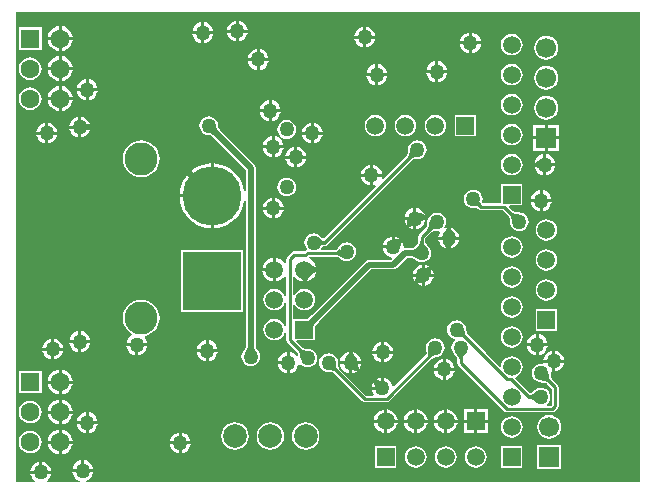
<source format=gbl>
G04*
G04 #@! TF.GenerationSoftware,Altium Limited,Altium Designer,19.0.12 (326)*
G04*
G04 Layer_Physical_Order=2*
G04 Layer_Color=16711680*
%FSLAX25Y25*%
%MOIN*%
G70*
G01*
G75*
%ADD13C,0.01000*%
%ADD56C,0.02000*%
%ADD57C,0.05906*%
%ADD58R,0.05906X0.05906*%
%ADD59C,0.06693*%
%ADD60R,0.06693X0.06693*%
%ADD61C,0.05000*%
%ADD62R,0.05906X0.05906*%
%ADD63R,0.19685X0.19685*%
%ADD64C,0.19685*%
%ADD65C,0.11024*%
%ADD66C,0.06299*%
%ADD67R,0.06299X0.06299*%
%ADD68C,0.07874*%
G36*
X209379Y1122D02*
X24526D01*
X24414Y1590D01*
X25265Y1943D01*
X25996Y2504D01*
X26557Y3235D01*
X26910Y4086D01*
X26964Y4500D01*
X20036D01*
X20090Y4086D01*
X20443Y3235D01*
X21004Y2504D01*
X21735Y1943D01*
X22586Y1590D01*
X22474Y1122D01*
X11668D01*
X11498Y1622D01*
X11996Y2004D01*
X12557Y2735D01*
X12910Y3586D01*
X12964Y4000D01*
X6036D01*
X6090Y3586D01*
X6443Y2735D01*
X7004Y2004D01*
X7502Y1622D01*
X7332Y1122D01*
X1122D01*
X1122Y157878D01*
X209378D01*
X209379Y1122D01*
D02*
G37*
%LPC*%
G36*
X75500Y154964D02*
Y152000D01*
X78464D01*
X78410Y152414D01*
X78057Y153265D01*
X77496Y153996D01*
X76765Y154557D01*
X75914Y154910D01*
X75500Y154964D01*
D02*
G37*
G36*
X74500D02*
X74086Y154910D01*
X73235Y154557D01*
X72504Y153996D01*
X71943Y153265D01*
X71590Y152414D01*
X71536Y152000D01*
X74500D01*
Y154964D01*
D02*
G37*
G36*
X64000Y154464D02*
Y151500D01*
X66964D01*
X66910Y151914D01*
X66557Y152765D01*
X65996Y153496D01*
X65265Y154057D01*
X64414Y154410D01*
X64000Y154464D01*
D02*
G37*
G36*
X63000D02*
X62586Y154410D01*
X61735Y154057D01*
X61004Y153496D01*
X60443Y152765D01*
X60090Y151914D01*
X60036Y151500D01*
X63000D01*
Y154464D01*
D02*
G37*
G36*
X118000Y152964D02*
Y150000D01*
X120964D01*
X120910Y150414D01*
X120557Y151265D01*
X119996Y151996D01*
X119265Y152557D01*
X118414Y152910D01*
X118000Y152964D01*
D02*
G37*
G36*
X117000D02*
X116586Y152910D01*
X115735Y152557D01*
X115004Y151996D01*
X114443Y151265D01*
X114090Y150414D01*
X114036Y150000D01*
X117000D01*
Y152964D01*
D02*
G37*
G36*
X16500Y153120D02*
Y149500D01*
X20120D01*
X20043Y150083D01*
X19625Y151093D01*
X18959Y151960D01*
X18093Y152625D01*
X17083Y153043D01*
X16500Y153120D01*
D02*
G37*
G36*
X15500D02*
X14917Y153043D01*
X13907Y152625D01*
X13040Y151960D01*
X12375Y151093D01*
X11957Y150083D01*
X11880Y149500D01*
X15500D01*
Y153120D01*
D02*
G37*
G36*
X153245Y151063D02*
Y148098D01*
X156209D01*
X156155Y148512D01*
X155802Y149364D01*
X155241Y150095D01*
X154510Y150656D01*
X153658Y151008D01*
X153245Y151063D01*
D02*
G37*
G36*
X152245D02*
X151831Y151008D01*
X150979Y150656D01*
X150248Y150095D01*
X149687Y149364D01*
X149335Y148512D01*
X149280Y148098D01*
X152245D01*
Y151063D01*
D02*
G37*
G36*
X78464Y151000D02*
X75500D01*
Y148036D01*
X75914Y148090D01*
X76765Y148443D01*
X77496Y149004D01*
X78057Y149735D01*
X78410Y150586D01*
X78464Y151000D01*
D02*
G37*
G36*
X74500D02*
X71536D01*
X71590Y150586D01*
X71943Y149735D01*
X72504Y149004D01*
X73235Y148443D01*
X74086Y148090D01*
X74500Y148036D01*
Y151000D01*
D02*
G37*
G36*
X66964Y150500D02*
X64000D01*
Y147536D01*
X64414Y147590D01*
X65265Y147943D01*
X65996Y148504D01*
X66557Y149235D01*
X66910Y150086D01*
X66964Y150500D01*
D02*
G37*
G36*
X63000D02*
X60036D01*
X60090Y150086D01*
X60443Y149235D01*
X61004Y148504D01*
X61735Y147943D01*
X62586Y147590D01*
X63000Y147536D01*
Y150500D01*
D02*
G37*
G36*
X120964Y149000D02*
X118000D01*
Y146036D01*
X118414Y146090D01*
X119265Y146443D01*
X119996Y147004D01*
X120557Y147735D01*
X120910Y148586D01*
X120964Y149000D01*
D02*
G37*
G36*
X117000D02*
X114036D01*
X114090Y148586D01*
X114443Y147735D01*
X115004Y147004D01*
X115735Y146443D01*
X116586Y146090D01*
X117000Y146036D01*
Y149000D01*
D02*
G37*
G36*
X9750Y152750D02*
X2250D01*
Y145250D01*
X9750D01*
Y152750D01*
D02*
G37*
G36*
X20120Y148500D02*
X16500D01*
Y144880D01*
X17083Y144957D01*
X18093Y145375D01*
X18959Y146040D01*
X19625Y146907D01*
X20043Y147917D01*
X20120Y148500D01*
D02*
G37*
G36*
X15500D02*
X11880D01*
X11957Y147917D01*
X12375Y146907D01*
X13040Y146040D01*
X13907Y145375D01*
X14917Y144957D01*
X15500Y144880D01*
Y148500D01*
D02*
G37*
G36*
X156209Y147098D02*
X153245D01*
Y144134D01*
X153658Y144188D01*
X154510Y144541D01*
X155241Y145102D01*
X155802Y145833D01*
X156155Y146685D01*
X156209Y147098D01*
D02*
G37*
G36*
X152245D02*
X149280D01*
X149335Y146685D01*
X149687Y145833D01*
X150248Y145102D01*
X150979Y144541D01*
X151831Y144188D01*
X152245Y144134D01*
Y147098D01*
D02*
G37*
G36*
X166500Y150583D02*
X165573Y150461D01*
X164708Y150103D01*
X163966Y149534D01*
X163397Y148792D01*
X163039Y147927D01*
X162917Y147000D01*
X163039Y146073D01*
X163397Y145208D01*
X163966Y144466D01*
X164708Y143897D01*
X165573Y143539D01*
X166500Y143417D01*
X167427Y143539D01*
X168292Y143897D01*
X169034Y144466D01*
X169603Y145208D01*
X169961Y146073D01*
X170083Y147000D01*
X169961Y147927D01*
X169603Y148792D01*
X169034Y149534D01*
X168292Y150103D01*
X167427Y150461D01*
X166500Y150583D01*
D02*
G37*
G36*
X82500Y145515D02*
Y142551D01*
X85464D01*
X85410Y142965D01*
X85057Y143816D01*
X84496Y144547D01*
X83765Y145108D01*
X82914Y145461D01*
X82500Y145515D01*
D02*
G37*
G36*
X81500D02*
X81086Y145461D01*
X80235Y145108D01*
X79504Y144547D01*
X78943Y143816D01*
X78590Y142965D01*
X78536Y142551D01*
X81500D01*
Y145515D01*
D02*
G37*
G36*
X178000Y149980D02*
X176970Y149845D01*
X176010Y149447D01*
X175185Y148815D01*
X174553Y147990D01*
X174155Y147030D01*
X174020Y146000D01*
X174155Y144970D01*
X174553Y144010D01*
X175185Y143185D01*
X176010Y142553D01*
X176970Y142155D01*
X178000Y142019D01*
X179030Y142155D01*
X179990Y142553D01*
X180815Y143185D01*
X181447Y144010D01*
X181845Y144970D01*
X181981Y146000D01*
X181845Y147030D01*
X181447Y147990D01*
X180815Y148815D01*
X179990Y149447D01*
X179030Y149845D01*
X178000Y149980D01*
D02*
G37*
G36*
X16500Y143120D02*
Y139500D01*
X20120D01*
X20043Y140083D01*
X19625Y141093D01*
X18959Y141960D01*
X18093Y142625D01*
X17083Y143043D01*
X16500Y143120D01*
D02*
G37*
G36*
X15500D02*
X14917Y143043D01*
X13907Y142625D01*
X13040Y141960D01*
X12375Y141093D01*
X11957Y140083D01*
X11880Y139500D01*
X15500D01*
Y143120D01*
D02*
G37*
G36*
X85464Y141551D02*
X82500D01*
Y138587D01*
X82914Y138641D01*
X83765Y138994D01*
X84496Y139555D01*
X85057Y140286D01*
X85410Y141137D01*
X85464Y141551D01*
D02*
G37*
G36*
X81500D02*
X78536D01*
X78590Y141137D01*
X78943Y140286D01*
X79504Y139555D01*
X80235Y138994D01*
X81086Y138641D01*
X81500Y138587D01*
Y141551D01*
D02*
G37*
G36*
X142000Y141464D02*
Y138500D01*
X144964D01*
X144910Y138914D01*
X144557Y139765D01*
X143996Y140496D01*
X143265Y141057D01*
X142414Y141410D01*
X142000Y141464D01*
D02*
G37*
G36*
X141000D02*
X140586Y141410D01*
X139735Y141057D01*
X139004Y140496D01*
X138443Y139765D01*
X138090Y138914D01*
X138036Y138500D01*
X141000D01*
Y141464D01*
D02*
G37*
G36*
X122000Y140464D02*
Y137500D01*
X124964D01*
X124910Y137914D01*
X124557Y138765D01*
X123996Y139496D01*
X123265Y140057D01*
X122414Y140410D01*
X122000Y140464D01*
D02*
G37*
G36*
X121000D02*
X120586Y140410D01*
X119735Y140057D01*
X119004Y139496D01*
X118443Y138765D01*
X118090Y137914D01*
X118036Y137500D01*
X121000D01*
Y140464D01*
D02*
G37*
G36*
X6000Y142782D02*
X5021Y142653D01*
X4109Y142275D01*
X3326Y141674D01*
X2725Y140891D01*
X2347Y139979D01*
X2218Y139000D01*
X2347Y138021D01*
X2725Y137109D01*
X3326Y136326D01*
X4109Y135725D01*
X5021Y135347D01*
X6000Y135218D01*
X6979Y135347D01*
X7891Y135725D01*
X8674Y136326D01*
X9275Y137109D01*
X9653Y138021D01*
X9782Y139000D01*
X9653Y139979D01*
X9275Y140891D01*
X8674Y141674D01*
X7891Y142275D01*
X6979Y142653D01*
X6000Y142782D01*
D02*
G37*
G36*
X20120Y138500D02*
X16500D01*
Y134880D01*
X17083Y134957D01*
X18093Y135375D01*
X18959Y136040D01*
X19625Y136907D01*
X20043Y137917D01*
X20120Y138500D01*
D02*
G37*
G36*
X15500D02*
X11880D01*
X11957Y137917D01*
X12375Y136907D01*
X13040Y136040D01*
X13907Y135375D01*
X14917Y134957D01*
X15500Y134880D01*
Y138500D01*
D02*
G37*
G36*
X144964Y137500D02*
X142000D01*
Y134536D01*
X142414Y134590D01*
X143265Y134943D01*
X143996Y135504D01*
X144557Y136235D01*
X144910Y137086D01*
X144964Y137500D01*
D02*
G37*
G36*
X141000D02*
X138036D01*
X138090Y137086D01*
X138443Y136235D01*
X139004Y135504D01*
X139735Y134943D01*
X140586Y134590D01*
X141000Y134536D01*
Y137500D01*
D02*
G37*
G36*
X124964Y136500D02*
X122000D01*
Y133536D01*
X122414Y133590D01*
X123265Y133943D01*
X123996Y134504D01*
X124557Y135235D01*
X124910Y136086D01*
X124964Y136500D01*
D02*
G37*
G36*
X121000D02*
X118036D01*
X118090Y136086D01*
X118443Y135235D01*
X119004Y134504D01*
X119735Y133943D01*
X120586Y133590D01*
X121000Y133536D01*
Y136500D01*
D02*
G37*
G36*
X166500Y140583D02*
X165573Y140461D01*
X164708Y140103D01*
X163966Y139534D01*
X163397Y138792D01*
X163039Y137927D01*
X162917Y137000D01*
X163039Y136073D01*
X163397Y135208D01*
X163966Y134466D01*
X164708Y133897D01*
X165573Y133539D01*
X166500Y133417D01*
X167427Y133539D01*
X168292Y133897D01*
X169034Y134466D01*
X169603Y135208D01*
X169961Y136073D01*
X170083Y137000D01*
X169961Y137927D01*
X169603Y138792D01*
X169034Y139534D01*
X168292Y140103D01*
X167427Y140461D01*
X166500Y140583D01*
D02*
G37*
G36*
X25500Y135464D02*
Y132500D01*
X28464D01*
X28410Y132914D01*
X28057Y133765D01*
X27496Y134496D01*
X26765Y135057D01*
X25914Y135410D01*
X25500Y135464D01*
D02*
G37*
G36*
X24500D02*
X24086Y135410D01*
X23235Y135057D01*
X22504Y134496D01*
X21943Y133765D01*
X21590Y132914D01*
X21536Y132500D01*
X24500D01*
Y135464D01*
D02*
G37*
G36*
X178000Y139980D02*
X176970Y139845D01*
X176010Y139447D01*
X175185Y138815D01*
X174553Y137990D01*
X174155Y137030D01*
X174020Y136000D01*
X174155Y134970D01*
X174553Y134010D01*
X175185Y133185D01*
X176010Y132553D01*
X176970Y132155D01*
X178000Y132019D01*
X179030Y132155D01*
X179990Y132553D01*
X180815Y133185D01*
X181447Y134010D01*
X181845Y134970D01*
X181981Y136000D01*
X181845Y137030D01*
X181447Y137990D01*
X180815Y138815D01*
X179990Y139447D01*
X179030Y139845D01*
X178000Y139980D01*
D02*
G37*
G36*
X16500Y133120D02*
Y129500D01*
X20120D01*
X20043Y130083D01*
X19625Y131093D01*
X18959Y131959D01*
X18093Y132625D01*
X17083Y133043D01*
X16500Y133120D01*
D02*
G37*
G36*
X15500D02*
X14917Y133043D01*
X13907Y132625D01*
X13040Y131959D01*
X12375Y131093D01*
X11957Y130083D01*
X11880Y129500D01*
X15500D01*
Y133120D01*
D02*
G37*
G36*
X28464Y131500D02*
X25500D01*
Y128536D01*
X25914Y128590D01*
X26765Y128943D01*
X27496Y129504D01*
X28057Y130235D01*
X28410Y131086D01*
X28464Y131500D01*
D02*
G37*
G36*
X24500D02*
X21536D01*
X21590Y131086D01*
X21943Y130235D01*
X22504Y129504D01*
X23235Y128943D01*
X24086Y128590D01*
X24500Y128536D01*
Y131500D01*
D02*
G37*
G36*
X86500Y128464D02*
Y125500D01*
X89464D01*
X89410Y125914D01*
X89057Y126765D01*
X88496Y127496D01*
X87765Y128057D01*
X86914Y128410D01*
X86500Y128464D01*
D02*
G37*
G36*
X85500D02*
X85086Y128410D01*
X84235Y128057D01*
X83504Y127496D01*
X82943Y126765D01*
X82590Y125914D01*
X82536Y125500D01*
X85500D01*
Y128464D01*
D02*
G37*
G36*
X6000Y132782D02*
X5021Y132653D01*
X4109Y132275D01*
X3326Y131674D01*
X2725Y130891D01*
X2347Y129979D01*
X2218Y129000D01*
X2347Y128021D01*
X2725Y127109D01*
X3326Y126326D01*
X4109Y125725D01*
X5021Y125347D01*
X6000Y125218D01*
X6979Y125347D01*
X7891Y125725D01*
X8674Y126326D01*
X9275Y127109D01*
X9653Y128021D01*
X9782Y129000D01*
X9653Y129979D01*
X9275Y130891D01*
X8674Y131674D01*
X7891Y132275D01*
X6979Y132653D01*
X6000Y132782D01*
D02*
G37*
G36*
X20120Y128500D02*
X16500D01*
Y124880D01*
X17083Y124957D01*
X18093Y125375D01*
X18959Y126040D01*
X19625Y126907D01*
X20043Y127917D01*
X20120Y128500D01*
D02*
G37*
G36*
X15500D02*
X11880D01*
X11957Y127917D01*
X12375Y126907D01*
X13040Y126040D01*
X13907Y125375D01*
X14917Y124957D01*
X15500Y124880D01*
Y128500D01*
D02*
G37*
G36*
X166500Y130583D02*
X165573Y130461D01*
X164708Y130103D01*
X163966Y129534D01*
X163397Y128792D01*
X163039Y127927D01*
X162917Y127000D01*
X163039Y126073D01*
X163397Y125208D01*
X163966Y124466D01*
X164708Y123897D01*
X165573Y123539D01*
X166500Y123417D01*
X167427Y123539D01*
X168292Y123897D01*
X169034Y124466D01*
X169603Y125208D01*
X169961Y126073D01*
X170083Y127000D01*
X169961Y127927D01*
X169603Y128792D01*
X169034Y129534D01*
X168292Y130103D01*
X167427Y130461D01*
X166500Y130583D01*
D02*
G37*
G36*
X178000Y129981D02*
X176970Y129845D01*
X176010Y129447D01*
X175185Y128815D01*
X174553Y127990D01*
X174155Y127030D01*
X174020Y126000D01*
X174155Y124970D01*
X174553Y124010D01*
X175185Y123185D01*
X176010Y122553D01*
X176970Y122155D01*
X178000Y122020D01*
X179030Y122155D01*
X179990Y122553D01*
X180815Y123185D01*
X181447Y124010D01*
X181845Y124970D01*
X181981Y126000D01*
X181845Y127030D01*
X181447Y127990D01*
X180815Y128815D01*
X179990Y129447D01*
X179030Y129845D01*
X178000Y129981D01*
D02*
G37*
G36*
X89464Y124500D02*
X86500D01*
Y121536D01*
X86914Y121590D01*
X87765Y121943D01*
X88496Y122504D01*
X89057Y123235D01*
X89410Y124086D01*
X89464Y124500D01*
D02*
G37*
G36*
X85500D02*
X82536D01*
X82590Y124086D01*
X82943Y123235D01*
X83504Y122504D01*
X84235Y121943D01*
X85086Y121590D01*
X85500Y121536D01*
Y124500D01*
D02*
G37*
G36*
X23000Y122964D02*
Y120000D01*
X25964D01*
X25910Y120414D01*
X25557Y121265D01*
X24996Y121996D01*
X24265Y122557D01*
X23414Y122910D01*
X23000Y122964D01*
D02*
G37*
G36*
X22000D02*
X21586Y122910D01*
X20735Y122557D01*
X20004Y121996D01*
X19443Y121265D01*
X19090Y120414D01*
X19036Y120000D01*
X22000D01*
Y122964D01*
D02*
G37*
G36*
X100500Y120964D02*
Y118000D01*
X103464D01*
X103410Y118414D01*
X103057Y119265D01*
X102496Y119996D01*
X101765Y120557D01*
X100914Y120910D01*
X100500Y120964D01*
D02*
G37*
G36*
X99500D02*
X99086Y120910D01*
X98235Y120557D01*
X97504Y119996D01*
X96943Y119265D01*
X96590Y118414D01*
X96536Y118000D01*
X99500D01*
Y120964D01*
D02*
G37*
G36*
X12000D02*
Y118000D01*
X14964D01*
X14910Y118414D01*
X14557Y119265D01*
X13996Y119996D01*
X13265Y120557D01*
X12414Y120910D01*
X12000Y120964D01*
D02*
G37*
G36*
X11000D02*
X10586Y120910D01*
X9735Y120557D01*
X9004Y119996D01*
X8443Y119265D01*
X8090Y118414D01*
X8036Y118000D01*
X11000D01*
Y120964D01*
D02*
G37*
G36*
X182346Y120346D02*
X178500D01*
Y116500D01*
X182346D01*
Y120346D01*
D02*
G37*
G36*
X177500D02*
X173653D01*
Y116500D01*
X177500D01*
Y120346D01*
D02*
G37*
G36*
X154553Y123553D02*
X147447D01*
Y116447D01*
X154553D01*
Y123553D01*
D02*
G37*
G36*
X141000Y123583D02*
X140073Y123461D01*
X139208Y123103D01*
X138466Y122534D01*
X137897Y121792D01*
X137539Y120927D01*
X137417Y120000D01*
X137539Y119073D01*
X137897Y118208D01*
X138466Y117466D01*
X139208Y116897D01*
X140073Y116539D01*
X141000Y116417D01*
X141927Y116539D01*
X142792Y116897D01*
X143534Y117466D01*
X144103Y118208D01*
X144461Y119073D01*
X144583Y120000D01*
X144461Y120927D01*
X144103Y121792D01*
X143534Y122534D01*
X142792Y123103D01*
X141927Y123461D01*
X141000Y123583D01*
D02*
G37*
G36*
X131000D02*
X130073Y123461D01*
X129208Y123103D01*
X128466Y122534D01*
X127897Y121792D01*
X127539Y120927D01*
X127417Y120000D01*
X127539Y119073D01*
X127897Y118208D01*
X128466Y117466D01*
X129208Y116897D01*
X130073Y116539D01*
X131000Y116417D01*
X131927Y116539D01*
X132792Y116897D01*
X133534Y117466D01*
X134103Y118208D01*
X134461Y119073D01*
X134583Y120000D01*
X134461Y120927D01*
X134103Y121792D01*
X133534Y122534D01*
X132792Y123103D01*
X131927Y123461D01*
X131000Y123583D01*
D02*
G37*
G36*
X121000D02*
X120073Y123461D01*
X119208Y123103D01*
X118466Y122534D01*
X117897Y121792D01*
X117539Y120927D01*
X117417Y120000D01*
X117539Y119073D01*
X117897Y118208D01*
X118466Y117466D01*
X119208Y116897D01*
X120073Y116539D01*
X121000Y116417D01*
X121927Y116539D01*
X122792Y116897D01*
X123534Y117466D01*
X124103Y118208D01*
X124461Y119073D01*
X124583Y120000D01*
X124461Y120927D01*
X124103Y121792D01*
X123534Y122534D01*
X122792Y123103D01*
X121927Y123461D01*
X121000Y123583D01*
D02*
G37*
G36*
X25964Y119000D02*
X23000D01*
Y116036D01*
X23414Y116090D01*
X24265Y116443D01*
X24996Y117004D01*
X25557Y117735D01*
X25910Y118586D01*
X25964Y119000D01*
D02*
G37*
G36*
X22000D02*
X19036D01*
X19090Y118586D01*
X19443Y117735D01*
X20004Y117004D01*
X20735Y116443D01*
X21586Y116090D01*
X22000Y116036D01*
Y119000D01*
D02*
G37*
G36*
X91500Y121839D02*
X90691Y121733D01*
X89937Y121420D01*
X89289Y120924D01*
X88792Y120276D01*
X88480Y119522D01*
X88373Y118713D01*
X88480Y117903D01*
X88792Y117149D01*
X89289Y116502D01*
X89937Y116005D01*
X90691Y115692D01*
X91500Y115586D01*
X92309Y115692D01*
X93063Y116005D01*
X93711Y116502D01*
X94208Y117149D01*
X94520Y117903D01*
X94627Y118713D01*
X94520Y119522D01*
X94208Y120276D01*
X93711Y120924D01*
X93063Y121420D01*
X92309Y121733D01*
X91500Y121839D01*
D02*
G37*
G36*
X103464Y117000D02*
X100500D01*
Y114036D01*
X100914Y114090D01*
X101765Y114443D01*
X102496Y115004D01*
X103057Y115735D01*
X103410Y116586D01*
X103464Y117000D01*
D02*
G37*
G36*
X99500D02*
X96536D01*
X96590Y116586D01*
X96943Y115735D01*
X97504Y115004D01*
X98235Y114443D01*
X99086Y114090D01*
X99500Y114036D01*
Y117000D01*
D02*
G37*
G36*
X14964D02*
X12000D01*
Y114036D01*
X12414Y114090D01*
X13265Y114443D01*
X13996Y115004D01*
X14557Y115735D01*
X14910Y116586D01*
X14964Y117000D01*
D02*
G37*
G36*
X11000D02*
X8036D01*
X8090Y116586D01*
X8443Y115735D01*
X9004Y115004D01*
X9735Y114443D01*
X10586Y114090D01*
X11000Y114036D01*
Y117000D01*
D02*
G37*
G36*
X87500Y116464D02*
Y113500D01*
X90464D01*
X90410Y113914D01*
X90057Y114765D01*
X89496Y115496D01*
X88765Y116057D01*
X87914Y116410D01*
X87500Y116464D01*
D02*
G37*
G36*
X86500D02*
X86086Y116410D01*
X85235Y116057D01*
X84504Y115496D01*
X83943Y114765D01*
X83590Y113914D01*
X83536Y113500D01*
X86500D01*
Y116464D01*
D02*
G37*
G36*
X166500Y120583D02*
X165573Y120461D01*
X164708Y120103D01*
X163966Y119534D01*
X163397Y118792D01*
X163039Y117927D01*
X162917Y117000D01*
X163039Y116073D01*
X163397Y115208D01*
X163966Y114466D01*
X164708Y113897D01*
X165573Y113539D01*
X166500Y113417D01*
X167427Y113539D01*
X168292Y113897D01*
X169034Y114466D01*
X169603Y115208D01*
X169961Y116073D01*
X170083Y117000D01*
X169961Y117927D01*
X169603Y118792D01*
X169034Y119534D01*
X168292Y120103D01*
X167427Y120461D01*
X166500Y120583D01*
D02*
G37*
G36*
X182346Y115500D02*
X178500D01*
Y111653D01*
X182346D01*
Y115500D01*
D02*
G37*
G36*
X177500D02*
X173653D01*
Y111653D01*
X177500D01*
Y115500D01*
D02*
G37*
G36*
X95000Y112964D02*
Y110000D01*
X97964D01*
X97910Y110414D01*
X97557Y111265D01*
X96996Y111996D01*
X96265Y112557D01*
X95414Y112910D01*
X95000Y112964D01*
D02*
G37*
G36*
X94000D02*
X93586Y112910D01*
X92735Y112557D01*
X92004Y111996D01*
X91443Y111265D01*
X91090Y110414D01*
X91036Y110000D01*
X94000D01*
Y112964D01*
D02*
G37*
G36*
X90464Y112500D02*
X87500D01*
Y109536D01*
X87914Y109590D01*
X88765Y109943D01*
X89496Y110504D01*
X90057Y111235D01*
X90410Y112086D01*
X90464Y112500D01*
D02*
G37*
G36*
X86500D02*
X83536D01*
X83590Y112086D01*
X83943Y111235D01*
X84504Y110504D01*
X85235Y109943D01*
X86086Y109590D01*
X86500Y109536D01*
Y112500D01*
D02*
G37*
G36*
X178000Y110464D02*
Y107500D01*
X180964D01*
X180910Y107914D01*
X180557Y108765D01*
X179996Y109496D01*
X179265Y110057D01*
X178414Y110410D01*
X178000Y110464D01*
D02*
G37*
G36*
X177000D02*
X176586Y110410D01*
X175735Y110057D01*
X175004Y109496D01*
X174443Y108765D01*
X174090Y107914D01*
X174047Y107584D01*
X174140Y107613D01*
X174347Y107700D01*
X174561Y107812D01*
X174780Y107950D01*
X175005Y108113D01*
X175236Y108300D01*
X175715Y108750D01*
Y107500D01*
X177000D01*
Y110464D01*
D02*
G37*
G36*
X97964Y109000D02*
X95000D01*
Y106036D01*
X95414Y106090D01*
X96265Y106443D01*
X96996Y107004D01*
X97557Y107735D01*
X97910Y108586D01*
X97964Y109000D01*
D02*
G37*
G36*
X94000D02*
X91036D01*
X91090Y108586D01*
X91443Y107735D01*
X92004Y107004D01*
X92735Y106443D01*
X93586Y106090D01*
X94000Y106036D01*
Y109000D01*
D02*
G37*
G36*
X177000Y106500D02*
X175715D01*
Y105250D01*
X175472Y105488D01*
X175005Y105887D01*
X174780Y106050D01*
X174561Y106187D01*
X174347Y106300D01*
X174140Y106387D01*
X174047Y106416D01*
X174090Y106086D01*
X174443Y105235D01*
X175004Y104504D01*
X175735Y103943D01*
X176586Y103590D01*
X177000Y103536D01*
Y106500D01*
D02*
G37*
G36*
X120220Y106964D02*
Y104000D01*
X123185D01*
X123130Y104414D01*
X122778Y105265D01*
X122217Y105996D01*
X121486Y106557D01*
X120634Y106910D01*
X120220Y106964D01*
D02*
G37*
G36*
X119220D02*
X118807Y106910D01*
X117955Y106557D01*
X117224Y105996D01*
X116663Y105265D01*
X116311Y104414D01*
X116256Y104000D01*
X119220D01*
Y106964D01*
D02*
G37*
G36*
X180964Y106500D02*
X178000D01*
Y103536D01*
X178414Y103590D01*
X179265Y103943D01*
X179996Y104504D01*
X180557Y105235D01*
X180910Y106086D01*
X180964Y106500D01*
D02*
G37*
G36*
X166500Y110583D02*
X165573Y110461D01*
X164708Y110103D01*
X163966Y109534D01*
X163397Y108792D01*
X163039Y107927D01*
X162917Y107000D01*
X163039Y106073D01*
X163397Y105208D01*
X163966Y104466D01*
X164708Y103897D01*
X165573Y103539D01*
X166500Y103417D01*
X167427Y103539D01*
X168292Y103897D01*
X169034Y104466D01*
X169603Y105208D01*
X169961Y106073D01*
X170083Y107000D01*
X169961Y107927D01*
X169603Y108792D01*
X169034Y109534D01*
X168292Y110103D01*
X167427Y110461D01*
X166500Y110583D01*
D02*
G37*
G36*
X43000Y115141D02*
X41802Y115023D01*
X40650Y114674D01*
X39588Y114106D01*
X38657Y113343D01*
X37894Y112412D01*
X37326Y111350D01*
X36977Y110198D01*
X36859Y109000D01*
X36977Y107802D01*
X37326Y106650D01*
X37894Y105588D01*
X38657Y104657D01*
X39588Y103894D01*
X40650Y103326D01*
X41802Y102977D01*
X43000Y102859D01*
X44198Y102977D01*
X45350Y103326D01*
X46412Y103894D01*
X47343Y104657D01*
X48106Y105588D01*
X48674Y106650D01*
X49023Y107802D01*
X49141Y109000D01*
X49023Y110198D01*
X48674Y111350D01*
X48106Y112412D01*
X47343Y113343D01*
X46412Y114106D01*
X45350Y114674D01*
X44198Y115023D01*
X43000Y115141D01*
D02*
G37*
G36*
X135000Y115127D02*
X134191Y115020D01*
X133437Y114708D01*
X132789Y114211D01*
X132292Y113563D01*
X131980Y112809D01*
X131881Y112063D01*
X131851Y111995D01*
X131832Y111362D01*
X131805Y111108D01*
X131767Y110873D01*
X131720Y110665D01*
X131664Y110485D01*
X131601Y110332D01*
X131535Y110205D01*
X131465Y110102D01*
X131366Y109989D01*
X131346Y109932D01*
X123439Y102025D01*
X123015Y102309D01*
X123130Y102586D01*
X123185Y103000D01*
X120220D01*
Y100036D01*
X120634Y100090D01*
X120912Y100205D01*
X121195Y99781D01*
X103854Y82440D01*
X103688Y82412D01*
X103663Y82411D01*
X103268Y82502D01*
X103218Y82538D01*
X103208Y82563D01*
X103182Y82596D01*
X103170Y82626D01*
X103155Y82632D01*
X102711Y83211D01*
X102063Y83708D01*
X101309Y84020D01*
X100500Y84127D01*
X99691Y84020D01*
X98937Y83708D01*
X98289Y83211D01*
X97792Y82563D01*
X97480Y81809D01*
X97373Y81000D01*
X97480Y80191D01*
X97792Y79437D01*
X98130Y78996D01*
X97952Y78451D01*
X97951Y78450D01*
X97880Y78436D01*
X97516Y78193D01*
X97516Y78193D01*
X97444Y78122D01*
X94000D01*
X94000Y78122D01*
X93571Y78036D01*
X93207Y77793D01*
X91707Y76293D01*
X91464Y75929D01*
X91378Y75500D01*
X91378Y75500D01*
Y73848D01*
X90878Y73748D01*
X90777Y73993D01*
X90143Y74819D01*
X89318Y75453D01*
X88356Y75851D01*
X87824Y75921D01*
Y72000D01*
Y68079D01*
X88356Y68149D01*
X89318Y68547D01*
X90143Y69181D01*
X90777Y70007D01*
X90878Y70252D01*
X91378Y70152D01*
Y62727D01*
X91323Y62251D01*
X90878Y62221D01*
X90873Y62265D01*
X90785Y62927D01*
X90428Y63792D01*
X89858Y64534D01*
X89116Y65103D01*
X88252Y65461D01*
X87324Y65583D01*
X86397Y65461D01*
X85532Y65103D01*
X84790Y64534D01*
X84221Y63792D01*
X83863Y62927D01*
X83741Y62000D01*
X83863Y61073D01*
X84221Y60208D01*
X84790Y59466D01*
X85532Y58897D01*
X86397Y58539D01*
X87324Y58417D01*
X88252Y58539D01*
X89116Y58897D01*
X89858Y59466D01*
X90428Y60208D01*
X90785Y61073D01*
X90873Y61735D01*
X90878Y61779D01*
X91323Y61750D01*
X91378Y61273D01*
Y52727D01*
X91323Y52250D01*
X90878Y52221D01*
X90873Y52264D01*
X90785Y52927D01*
X90428Y53792D01*
X89858Y54534D01*
X89116Y55103D01*
X88252Y55461D01*
X87324Y55583D01*
X86397Y55461D01*
X85532Y55103D01*
X84790Y54534D01*
X84221Y53792D01*
X83863Y52927D01*
X83741Y52000D01*
X83863Y51073D01*
X84221Y50208D01*
X84790Y49466D01*
X85532Y48897D01*
X86397Y48539D01*
X87324Y48417D01*
X88252Y48539D01*
X89116Y48897D01*
X89858Y49466D01*
X90428Y50208D01*
X90785Y51073D01*
X90873Y51736D01*
X90878Y51779D01*
X91323Y51749D01*
X91378Y51273D01*
Y48500D01*
X91378Y48500D01*
X91464Y48071D01*
X91707Y47707D01*
X94846Y44568D01*
X94865Y44511D01*
X94965Y44398D01*
X95034Y44295D01*
X95101Y44168D01*
X95164Y44015D01*
X95220Y43835D01*
X95267Y43627D01*
X95304Y43400D01*
X95315Y43250D01*
X94828Y43063D01*
X94496Y43496D01*
X93765Y44057D01*
X92914Y44410D01*
X92500Y44464D01*
Y41000D01*
Y37536D01*
X92914Y37590D01*
X93765Y37943D01*
X94496Y38504D01*
X95057Y39235D01*
X95410Y40086D01*
X95469Y40536D01*
X95992Y40676D01*
X96289Y40289D01*
X96937Y39792D01*
X97691Y39480D01*
X98500Y39373D01*
X99309Y39480D01*
X100063Y39792D01*
X100711Y40289D01*
X101208Y40937D01*
X101520Y41691D01*
X101627Y42500D01*
X101520Y43309D01*
X101208Y44063D01*
X100711Y44711D01*
X100063Y45208D01*
X99309Y45520D01*
X98563Y45619D01*
X98495Y45649D01*
X97862Y45669D01*
X97608Y45695D01*
X97373Y45733D01*
X97165Y45780D01*
X96985Y45836D01*
X96832Y45899D01*
X96705Y45965D01*
X96602Y46035D01*
X96489Y46135D01*
X96432Y46154D01*
X94601Y47985D01*
X94792Y48447D01*
X100877D01*
Y51982D01*
X100894Y52010D01*
X100882Y52062D01*
X100902Y52112D01*
X100877Y52174D01*
Y52942D01*
X100979Y53119D01*
X101172Y53396D01*
X101764Y54093D01*
X102146Y54490D01*
X102163Y54532D01*
X119676Y72044D01*
X127047D01*
X127672Y72169D01*
X128201Y72522D01*
X131547Y75869D01*
X132650D01*
X132689Y75851D01*
X132917Y75844D01*
X133112Y75826D01*
X133293Y75796D01*
X133462Y75755D01*
X133618Y75704D01*
X133762Y75643D01*
X133897Y75572D01*
X134022Y75490D01*
X134140Y75398D01*
X134271Y75276D01*
X134341Y75250D01*
X134937Y74792D01*
X135691Y74480D01*
X136500Y74373D01*
X137309Y74480D01*
X138063Y74792D01*
X138711Y75289D01*
X139208Y75937D01*
X139520Y76691D01*
X139627Y77500D01*
X139520Y78309D01*
X139208Y79063D01*
X138749Y79661D01*
X138723Y79730D01*
X138289Y80192D01*
X138128Y80390D01*
X137989Y80583D01*
X137876Y80763D01*
X137788Y80930D01*
X137724Y81083D01*
X137681Y81220D01*
X137658Y81341D01*
X137648Y81492D01*
X137622Y81546D01*
Y82535D01*
X139432Y84346D01*
X139489Y84365D01*
X139602Y84465D01*
X139705Y84535D01*
X139832Y84601D01*
X139985Y84664D01*
X140165Y84720D01*
X140373Y84767D01*
X140600Y84804D01*
X141164Y84848D01*
X141481Y84851D01*
X141550Y84880D01*
X142309Y84980D01*
X142385Y85011D01*
X142700Y84601D01*
X142443Y84265D01*
X142090Y83414D01*
X142036Y83000D01*
X145000D01*
Y84285D01*
X143750D01*
X143988Y84527D01*
X144387Y84995D01*
X144550Y85220D01*
X144687Y85439D01*
X144800Y85653D01*
X144887Y85860D01*
X144916Y85953D01*
X144586Y85910D01*
X144363Y85817D01*
X144048Y86228D01*
X144208Y86437D01*
X144520Y87191D01*
X144627Y88000D01*
X144520Y88809D01*
X144208Y89563D01*
X143711Y90211D01*
X143063Y90708D01*
X142309Y91020D01*
X141500Y91127D01*
X140691Y91020D01*
X139937Y90708D01*
X139289Y90211D01*
X138792Y89563D01*
X138480Y88809D01*
X138382Y88063D01*
X138351Y87995D01*
X138331Y87362D01*
X138305Y87108D01*
X138267Y86873D01*
X138220Y86665D01*
X138164Y86485D01*
X138101Y86332D01*
X138034Y86205D01*
X137965Y86102D01*
X137865Y85989D01*
X137846Y85932D01*
X135707Y83793D01*
X135464Y83429D01*
X135378Y83000D01*
X135378Y83000D01*
Y81546D01*
X135352Y81492D01*
X135342Y81341D01*
X135319Y81220D01*
X135276Y81083D01*
X135212Y80930D01*
X135124Y80763D01*
X135011Y80583D01*
X134877Y80397D01*
X134508Y79966D01*
X134286Y79740D01*
X134282Y79728D01*
X134271Y79724D01*
X134140Y79602D01*
X134022Y79510D01*
X133897Y79428D01*
X133762Y79357D01*
X133618Y79296D01*
X133462Y79245D01*
X133293Y79204D01*
X133112Y79175D01*
X132917Y79156D01*
X132689Y79149D01*
X132650Y79131D01*
X130977D01*
X130546Y79465D01*
X130530Y79573D01*
X130410Y80482D01*
X130057Y81334D01*
X129914Y81520D01*
X129866Y81430D01*
X129777Y81221D01*
X129701Y80990D01*
X129637Y80735D01*
X129585Y80459D01*
X129544Y80160D01*
X129499Y79493D01*
X127500Y81659D01*
Y79568D01*
X127000D01*
Y79068D01*
X123536D01*
X123590Y78655D01*
X123943Y77803D01*
X124504Y77072D01*
X125235Y76511D01*
X126086Y76159D01*
X126382Y76120D01*
X126553Y75654D01*
X126271Y75307D01*
X119000D01*
X118376Y75183D01*
X117847Y74829D01*
X99863Y56845D01*
X99823Y56831D01*
X99046Y56109D01*
X98727Y55853D01*
X98443Y55654D01*
X98266Y55553D01*
X97498D01*
X97436Y55578D01*
X97387Y55558D01*
X97334Y55570D01*
X97306Y55553D01*
X93771D01*
X93622Y55991D01*
Y60349D01*
X94122Y60448D01*
X94221Y60208D01*
X94790Y59466D01*
X95533Y58897D01*
X96397Y58539D01*
X97324Y58417D01*
X98252Y58539D01*
X99116Y58897D01*
X99858Y59466D01*
X100427Y60208D01*
X100786Y61073D01*
X100908Y62000D01*
X100786Y62927D01*
X100427Y63792D01*
X99858Y64534D01*
X99116Y65103D01*
X98252Y65461D01*
X97324Y65583D01*
X96397Y65461D01*
X95533Y65103D01*
X94790Y64534D01*
X94221Y63792D01*
X94122Y63552D01*
X93622Y63651D01*
Y69511D01*
X94122Y69681D01*
X94505Y69181D01*
X95331Y68547D01*
X96292Y68149D01*
X96824Y68079D01*
Y68360D01*
X96802Y68410D01*
X96686Y68611D01*
X96544Y68805D01*
X96377Y68993D01*
X96183Y69175D01*
X95964Y69352D01*
X95719Y69522D01*
X96824Y69591D01*
Y72000D01*
X97324D01*
Y72500D01*
X99433D01*
Y74067D01*
X99735Y73769D01*
X100310Y73268D01*
X100582Y73064D01*
X100844Y72892D01*
X101096Y72751D01*
X101220Y72695D01*
X101175Y73032D01*
X100777Y73993D01*
X100143Y74819D01*
X99318Y75453D01*
X99195Y75503D01*
X99026Y76115D01*
X99147Y76278D01*
X107660D01*
X107714Y76252D01*
X107842Y76244D01*
X107962Y76223D01*
X108112Y76184D01*
X108291Y76125D01*
X108478Y76051D01*
X109546Y75501D01*
X109852Y75316D01*
X109918Y75306D01*
X109937Y75292D01*
X110691Y74980D01*
X111500Y74873D01*
X112309Y74980D01*
X113063Y75292D01*
X113711Y75789D01*
X114208Y76437D01*
X114520Y77191D01*
X114627Y78000D01*
X114520Y78809D01*
X114208Y79563D01*
X113711Y80211D01*
X113063Y80708D01*
X112309Y81020D01*
X111500Y81127D01*
X110691Y81020D01*
X109937Y80708D01*
X109289Y80211D01*
X108875Y79672D01*
X108797Y79616D01*
X108644Y79374D01*
X108502Y79177D01*
X108362Y79011D01*
X108226Y78874D01*
X108094Y78765D01*
X107969Y78683D01*
X107850Y78623D01*
X107734Y78582D01*
X107620Y78559D01*
X107459Y78548D01*
X107405Y78522D01*
X107398D01*
X107343Y78530D01*
X107332Y78522D01*
X103136D01*
X102930Y78940D01*
X103170Y79374D01*
X103182Y79404D01*
X103208Y79437D01*
X103218Y79462D01*
X103268Y79498D01*
X103324Y79592D01*
X103364Y79643D01*
X103406Y79686D01*
X103453Y79723D01*
X103509Y79756D01*
X103575Y79785D01*
X103656Y79811D01*
X103754Y79832D01*
X103868Y79845D01*
X104024Y79851D01*
X104148Y79908D01*
X104429Y79964D01*
X104793Y80207D01*
X132932Y108346D01*
X132989Y108365D01*
X133103Y108465D01*
X133205Y108535D01*
X133332Y108601D01*
X133485Y108664D01*
X133665Y108720D01*
X133873Y108767D01*
X134099Y108804D01*
X134664Y108848D01*
X134981Y108851D01*
X135050Y108880D01*
X135809Y108980D01*
X136563Y109292D01*
X137211Y109789D01*
X137708Y110437D01*
X138020Y111191D01*
X138127Y112000D01*
X138020Y112809D01*
X137708Y113563D01*
X137211Y114211D01*
X136563Y114708D01*
X135809Y115020D01*
X135000Y115127D01*
D02*
G37*
G36*
X119220Y103000D02*
X116256D01*
X116311Y102586D01*
X116663Y101735D01*
X117224Y101004D01*
X117955Y100443D01*
X118807Y100090D01*
X119220Y100036D01*
Y103000D01*
D02*
G37*
G36*
X65500Y123083D02*
X64691Y122976D01*
X63937Y122664D01*
X63289Y122167D01*
X62792Y121519D01*
X62480Y120765D01*
X62373Y119956D01*
X62480Y119147D01*
X62792Y118393D01*
X63289Y117745D01*
X63937Y117248D01*
X64691Y116936D01*
X65436Y116838D01*
X65503Y116807D01*
X65683Y116801D01*
X65831Y116783D01*
X65977Y116752D01*
X66123Y116707D01*
X66268Y116648D01*
X66414Y116574D01*
X66562Y116483D01*
X66712Y116376D01*
X66862Y116252D01*
X67029Y116095D01*
X67069Y116080D01*
X77869Y105280D01*
Y98263D01*
X77369Y98243D01*
X77364Y98300D01*
X76966Y99959D01*
X76313Y101536D01*
X75421Y102991D01*
X74313Y104289D01*
X73015Y105397D01*
X71560Y106289D01*
X69983Y106942D01*
X68323Y107341D01*
X67122Y107435D01*
Y96598D01*
Y85762D01*
X68323Y85856D01*
X69983Y86255D01*
X71560Y86908D01*
X73015Y87800D01*
X74313Y88908D01*
X75421Y90206D01*
X76313Y91661D01*
X76966Y93238D01*
X77364Y94897D01*
X77369Y94954D01*
X77869Y94934D01*
Y46850D01*
X77851Y46811D01*
X77844Y46583D01*
X77825Y46388D01*
X77796Y46207D01*
X77755Y46038D01*
X77704Y45882D01*
X77643Y45738D01*
X77572Y45603D01*
X77491Y45478D01*
X77399Y45360D01*
X77276Y45229D01*
X77250Y45160D01*
X76792Y44563D01*
X76480Y43809D01*
X76373Y43000D01*
X76480Y42191D01*
X76792Y41437D01*
X77289Y40789D01*
X77937Y40292D01*
X78691Y39980D01*
X79500Y39873D01*
X80309Y39980D01*
X81063Y40292D01*
X81711Y40789D01*
X82208Y41437D01*
X82520Y42191D01*
X82627Y43000D01*
X82520Y43809D01*
X82208Y44563D01*
X81750Y45160D01*
X81724Y45229D01*
X81602Y45360D01*
X81510Y45478D01*
X81428Y45603D01*
X81357Y45738D01*
X81296Y45882D01*
X81245Y46038D01*
X81204Y46207D01*
X81174Y46388D01*
X81156Y46583D01*
X81149Y46811D01*
X81131Y46850D01*
Y105956D01*
X81007Y106580D01*
X80654Y107109D01*
X69376Y118387D01*
X69361Y118427D01*
X69204Y118593D01*
X69080Y118744D01*
X68972Y118894D01*
X68882Y119042D01*
X68808Y119188D01*
X68749Y119333D01*
X68704Y119478D01*
X68673Y119625D01*
X68655Y119773D01*
X68649Y119953D01*
X68618Y120020D01*
X68520Y120765D01*
X68208Y121519D01*
X67711Y122167D01*
X67063Y122664D01*
X66309Y122976D01*
X65500Y123083D01*
D02*
G37*
G36*
X66122Y107435D02*
X64921Y107341D01*
X63261Y106942D01*
X61684Y106289D01*
X60229Y105397D01*
X58931Y104289D01*
X57823Y102991D01*
X56931Y101536D01*
X56278Y99959D01*
X55880Y98300D01*
X55785Y97098D01*
X66122D01*
Y107435D01*
D02*
G37*
G36*
X91500Y102627D02*
X90691Y102520D01*
X89937Y102208D01*
X89289Y101711D01*
X88792Y101063D01*
X88480Y100309D01*
X88373Y99500D01*
X88480Y98691D01*
X88792Y97937D01*
X89289Y97289D01*
X89937Y96792D01*
X90691Y96480D01*
X91500Y96373D01*
X92309Y96480D01*
X93063Y96792D01*
X93711Y97289D01*
X94208Y97937D01*
X94520Y98691D01*
X94627Y99500D01*
X94520Y100309D01*
X94208Y101063D01*
X93711Y101711D01*
X93063Y102208D01*
X92309Y102520D01*
X91500Y102627D01*
D02*
G37*
G36*
X176830Y98464D02*
Y95500D01*
X179794D01*
X179740Y95914D01*
X179387Y96765D01*
X178826Y97496D01*
X178095Y98057D01*
X177244Y98410D01*
X176830Y98464D01*
D02*
G37*
G36*
X175830D02*
X175416Y98410D01*
X174565Y98057D01*
X173834Y97496D01*
X173273Y96765D01*
X172920Y95914D01*
X172866Y95500D01*
X175830D01*
Y98464D01*
D02*
G37*
G36*
X170053Y100553D02*
X162947D01*
Y94069D01*
X156781D01*
X156742Y94147D01*
X156710Y94238D01*
X156688Y94329D01*
X156676Y94423D01*
X156675Y94523D01*
X156686Y94631D01*
X156715Y94778D01*
X156702Y94843D01*
X156727Y94904D01*
X156705Y94957D01*
X156776Y95500D01*
X156670Y96309D01*
X156357Y97063D01*
X155861Y97711D01*
X155213Y98208D01*
X154459Y98520D01*
X153650Y98627D01*
X152840Y98520D01*
X152086Y98208D01*
X151439Y97711D01*
X150942Y97063D01*
X150629Y96309D01*
X150523Y95500D01*
X150629Y94691D01*
X150942Y93937D01*
X151439Y93289D01*
X152086Y92792D01*
X152840Y92480D01*
X153650Y92373D01*
X154193Y92445D01*
X154246Y92423D01*
X154307Y92448D01*
X154371Y92435D01*
X154518Y92464D01*
X154626Y92474D01*
X154727Y92473D01*
X154821Y92462D01*
X154912Y92440D01*
X155003Y92407D01*
X155095Y92362D01*
X155190Y92303D01*
X155288Y92227D01*
X155409Y92116D01*
X155537Y92069D01*
X155773Y91911D01*
X156202Y91826D01*
X156202Y91826D01*
X163588D01*
X165346Y90068D01*
X165366Y90011D01*
X165465Y89898D01*
X165534Y89795D01*
X165601Y89668D01*
X165664Y89515D01*
X165720Y89335D01*
X165767Y89127D01*
X165804Y88901D01*
X165848Y88336D01*
X165851Y88019D01*
X165880Y87950D01*
X165980Y87191D01*
X166292Y86437D01*
X166789Y85789D01*
X167437Y85292D01*
X168191Y84980D01*
X169000Y84873D01*
X169809Y84980D01*
X170563Y85292D01*
X171211Y85789D01*
X171708Y86437D01*
X172020Y87191D01*
X172127Y88000D01*
X172020Y88809D01*
X171708Y89563D01*
X171211Y90211D01*
X170563Y90708D01*
X169809Y91020D01*
X169063Y91119D01*
X168995Y91149D01*
X168362Y91168D01*
X168108Y91195D01*
X167873Y91233D01*
X167665Y91280D01*
X167485Y91336D01*
X167332Y91399D01*
X167205Y91466D01*
X167103Y91535D01*
X166989Y91635D01*
X166932Y91654D01*
X165601Y92985D01*
X165792Y93447D01*
X170053D01*
Y100553D01*
D02*
G37*
G36*
X87500Y95964D02*
Y93000D01*
X90464D01*
X90410Y93414D01*
X90057Y94265D01*
X89496Y94996D01*
X88765Y95557D01*
X87914Y95910D01*
X87500Y95964D01*
D02*
G37*
G36*
X86500D02*
X86086Y95910D01*
X85235Y95557D01*
X84504Y94996D01*
X83943Y94265D01*
X83590Y93414D01*
X83536Y93000D01*
X86500D01*
Y95964D01*
D02*
G37*
G36*
X179794Y94500D02*
X176830D01*
Y91536D01*
X177244Y91590D01*
X178095Y91943D01*
X178826Y92504D01*
X179387Y93235D01*
X179740Y94086D01*
X179794Y94500D01*
D02*
G37*
G36*
X175830D02*
X172866D01*
X172920Y94086D01*
X173273Y93235D01*
X173834Y92504D01*
X174565Y91943D01*
X175416Y91590D01*
X175830Y91536D01*
Y94500D01*
D02*
G37*
G36*
X134742Y92464D02*
Y89500D01*
X135956D01*
X135406Y91212D01*
X135755Y91033D01*
X137167Y90417D01*
X137383Y90351D01*
X137480Y90327D01*
X137299Y90765D01*
X136738Y91496D01*
X136007Y92057D01*
X135155Y92410D01*
X134742Y92464D01*
D02*
G37*
G36*
X133742D02*
X133328Y92410D01*
X132477Y92057D01*
X131746Y91496D01*
X131184Y90765D01*
X130832Y89914D01*
X130777Y89500D01*
X133742D01*
Y92464D01*
D02*
G37*
G36*
X90464Y92000D02*
X87500D01*
Y89036D01*
X87914Y89090D01*
X88765Y89443D01*
X89496Y90004D01*
X90057Y90735D01*
X90410Y91586D01*
X90464Y92000D01*
D02*
G37*
G36*
X86500D02*
X83536D01*
X83590Y91586D01*
X83943Y90735D01*
X84504Y90004D01*
X85235Y89443D01*
X86086Y89090D01*
X86500Y89036D01*
Y92000D01*
D02*
G37*
G36*
X137706Y88500D02*
X136857D01*
X136767Y88379D01*
X136619Y88144D01*
X136477Y87881D01*
X136278Y88500D01*
X134742D01*
Y85536D01*
X135155Y85590D01*
X136007Y85943D01*
X136738Y86504D01*
X137299Y87235D01*
X137652Y88086D01*
X137706Y88500D01*
D02*
G37*
G36*
X133742D02*
X132217D01*
X133742Y86975D01*
Y88500D01*
D02*
G37*
G36*
X131727D02*
X130777D01*
X130832Y88086D01*
X131184Y87235D01*
X131387Y86971D01*
X131432Y87057D01*
X131518Y87266D01*
X131589Y87496D01*
X131647Y87749D01*
X131691Y88023D01*
X131722Y88318D01*
X131727Y88500D01*
D02*
G37*
G36*
X66122Y96098D02*
X55785D01*
X55880Y94897D01*
X56278Y93238D01*
X56931Y91661D01*
X57823Y90206D01*
X58931Y88908D01*
X60229Y87800D01*
X61684Y86908D01*
X63261Y86255D01*
X64921Y85856D01*
X66122Y85762D01*
Y96098D01*
D02*
G37*
G36*
X133742Y86486D02*
X133264Y86449D01*
X132990Y86405D01*
X132738Y86347D01*
X132508Y86276D01*
X132299Y86191D01*
X132213Y86145D01*
X132477Y85943D01*
X133328Y85590D01*
X133742Y85536D01*
Y86486D01*
D02*
G37*
G36*
X146084Y85953D02*
X146113Y85860D01*
X146200Y85653D01*
X146312Y85439D01*
X146450Y85220D01*
X146613Y84995D01*
X146800Y84764D01*
X147250Y84285D01*
X146000D01*
Y83000D01*
X148964D01*
X148910Y83414D01*
X148557Y84265D01*
X147996Y84996D01*
X147265Y85557D01*
X146414Y85910D01*
X146084Y85953D01*
D02*
G37*
G36*
X127500Y83033D02*
Y82058D01*
X128063Y82082D01*
X128334Y82119D01*
X128585Y82170D01*
X128814Y82237D01*
X129023Y82319D01*
X129107Y82363D01*
X128765Y82626D01*
X127914Y82978D01*
X127500Y83033D01*
D02*
G37*
G36*
X178000Y88805D02*
X177073Y88683D01*
X176208Y88325D01*
X175466Y87755D01*
X174897Y87013D01*
X174539Y86149D01*
X174417Y85221D01*
X174539Y84294D01*
X174897Y83430D01*
X175466Y82687D01*
X176208Y82118D01*
X177073Y81760D01*
X178000Y81638D01*
X178927Y81760D01*
X179792Y82118D01*
X180534Y82687D01*
X181103Y83430D01*
X181461Y84294D01*
X181583Y85221D01*
X181461Y86149D01*
X181103Y87013D01*
X180534Y87755D01*
X179792Y88325D01*
X178927Y88683D01*
X178000Y88805D01*
D02*
G37*
G36*
X145000Y82000D02*
X142036D01*
X142090Y81586D01*
X142443Y80735D01*
X143004Y80004D01*
X143735Y79443D01*
X144586Y79090D01*
X144757Y79068D01*
X144727Y79171D01*
X144643Y79382D01*
X144535Y79602D01*
X144403Y79831D01*
X144247Y80069D01*
X143863Y80570D01*
X143636Y80834D01*
X145000Y80744D01*
Y82000D01*
D02*
G37*
G36*
X126500Y83033D02*
X126086Y82978D01*
X125235Y82626D01*
X124504Y82065D01*
X123943Y81334D01*
X123590Y80482D01*
X123536Y80068D01*
X126500D01*
Y83033D01*
D02*
G37*
G36*
X148964Y82000D02*
X146000D01*
Y80678D01*
X147128Y80603D01*
X146882Y80382D01*
X146468Y79949D01*
X146300Y79737D01*
X146158Y79528D01*
X146042Y79321D01*
X146000Y79228D01*
Y79036D01*
X146414Y79090D01*
X147265Y79443D01*
X147996Y80004D01*
X148557Y80735D01*
X148910Y81586D01*
X148964Y82000D01*
D02*
G37*
G36*
X166500Y83152D02*
X165573Y83030D01*
X164708Y82672D01*
X163966Y82102D01*
X163397Y81360D01*
X163039Y80496D01*
X162917Y79568D01*
X163039Y78641D01*
X163397Y77777D01*
X163966Y77035D01*
X164708Y76465D01*
X165573Y76107D01*
X166500Y75985D01*
X167427Y76107D01*
X168292Y76465D01*
X169034Y77035D01*
X169603Y77777D01*
X169961Y78641D01*
X170083Y79568D01*
X169961Y80496D01*
X169603Y81360D01*
X169034Y82102D01*
X168292Y82672D01*
X167427Y83030D01*
X166500Y83152D01*
D02*
G37*
G36*
X137484Y73614D02*
Y72663D01*
X137962Y72700D01*
X138236Y72745D01*
X138488Y72802D01*
X138718Y72874D01*
X138927Y72959D01*
X139013Y73004D01*
X138749Y73207D01*
X137898Y73559D01*
X137484Y73614D01*
D02*
G37*
G36*
X86824Y75921D02*
X86292Y75851D01*
X85331Y75453D01*
X84505Y74819D01*
X83872Y73993D01*
X83473Y73032D01*
X83403Y72500D01*
X86824D01*
Y75921D01*
D02*
G37*
G36*
X178000Y78805D02*
X177073Y78683D01*
X176208Y78325D01*
X175466Y77755D01*
X174897Y77013D01*
X174539Y76149D01*
X174417Y75221D01*
X174539Y74294D01*
X174897Y73430D01*
X175466Y72687D01*
X176208Y72118D01*
X177073Y71760D01*
X178000Y71638D01*
X178927Y71760D01*
X179792Y72118D01*
X180534Y72687D01*
X181103Y73430D01*
X181461Y74294D01*
X181583Y75221D01*
X181461Y76149D01*
X181103Y77013D01*
X180534Y77755D01*
X179792Y78325D01*
X178927Y78683D01*
X178000Y78805D01*
D02*
G37*
G36*
X139839Y72179D02*
X139794Y72093D01*
X139708Y71884D01*
X139637Y71653D01*
X139579Y71401D01*
X139535Y71127D01*
X139504Y70831D01*
X139499Y70650D01*
X140449D01*
X140394Y71063D01*
X140041Y71915D01*
X139839Y72179D01*
D02*
G37*
G36*
X137484Y72175D02*
Y70650D01*
X139009D01*
X137484Y72175D01*
D02*
G37*
G36*
X136484Y73614D02*
X136071Y73559D01*
X135219Y73207D01*
X134488Y72646D01*
X133927Y71915D01*
X133574Y71063D01*
X133520Y70650D01*
X136484D01*
Y73614D01*
D02*
G37*
G36*
Y69650D02*
X134959D01*
X136484Y68125D01*
Y69650D01*
D02*
G37*
G36*
X134470D02*
X133520D01*
X133574Y69236D01*
X133927Y68384D01*
X134130Y68120D01*
X134175Y68207D01*
X134260Y68415D01*
X134332Y68646D01*
X134389Y68898D01*
X134433Y69172D01*
X134464Y69468D01*
X134470Y69650D01*
D02*
G37*
G36*
X99433Y71500D02*
X97824D01*
Y69653D01*
X99225Y69741D01*
X98994Y69535D01*
X98787Y69325D01*
X98605Y69113D01*
X98447Y68898D01*
X98313Y68680D01*
X98203Y68459D01*
X98118Y68236D01*
X98085Y68113D01*
X98356Y68149D01*
X99318Y68547D01*
X100143Y69181D01*
X100777Y70007D01*
X101175Y70968D01*
X101220Y71305D01*
X101096Y71249D01*
X100844Y71108D01*
X100582Y70936D01*
X100310Y70732D01*
X99735Y70231D01*
X99433Y69933D01*
Y71500D01*
D02*
G37*
G36*
X86824D02*
X83403D01*
X83473Y70968D01*
X83872Y70007D01*
X84505Y69181D01*
X85331Y68547D01*
X86292Y68149D01*
X86824Y68079D01*
Y71500D01*
D02*
G37*
G36*
X140449Y69650D02*
X137484D01*
Y66685D01*
X137898Y66740D01*
X138749Y67092D01*
X139480Y67653D01*
X140041Y68384D01*
X140394Y69236D01*
X140449Y69650D01*
D02*
G37*
G36*
X136484Y67636D02*
X136007Y67599D01*
X135733Y67555D01*
X135481Y67497D01*
X135250Y67425D01*
X135041Y67340D01*
X134955Y67295D01*
X135219Y67092D01*
X136071Y66740D01*
X136484Y66685D01*
Y67636D01*
D02*
G37*
G36*
X166500Y73152D02*
X165573Y73030D01*
X164708Y72672D01*
X163966Y72102D01*
X163397Y71360D01*
X163039Y70496D01*
X162917Y69569D01*
X163039Y68641D01*
X163397Y67777D01*
X163966Y67035D01*
X164708Y66465D01*
X165573Y66107D01*
X166500Y65985D01*
X167427Y66107D01*
X168292Y66465D01*
X169034Y67035D01*
X169603Y67777D01*
X169961Y68641D01*
X170083Y69569D01*
X169961Y70496D01*
X169603Y71360D01*
X169034Y72102D01*
X168292Y72672D01*
X167427Y73030D01*
X166500Y73152D01*
D02*
G37*
G36*
X178000Y68805D02*
X177073Y68683D01*
X176208Y68325D01*
X175466Y67755D01*
X174897Y67013D01*
X174539Y66149D01*
X174417Y65221D01*
X174539Y64294D01*
X174897Y63430D01*
X175466Y62687D01*
X176208Y62118D01*
X177073Y61760D01*
X178000Y61638D01*
X178927Y61760D01*
X179792Y62118D01*
X180534Y62687D01*
X181103Y63430D01*
X181461Y64294D01*
X181583Y65221D01*
X181461Y66149D01*
X181103Y67013D01*
X180534Y67755D01*
X179792Y68325D01*
X178927Y68683D01*
X178000Y68805D01*
D02*
G37*
G36*
X77065Y78694D02*
X56179D01*
Y57810D01*
X77065D01*
Y78694D01*
D02*
G37*
G36*
X166500Y63152D02*
X165573Y63030D01*
X164708Y62672D01*
X163966Y62102D01*
X163397Y61360D01*
X163039Y60496D01*
X162917Y59569D01*
X163039Y58641D01*
X163397Y57777D01*
X163966Y57035D01*
X164708Y56465D01*
X165573Y56107D01*
X166500Y55985D01*
X167427Y56107D01*
X168292Y56465D01*
X169034Y57035D01*
X169603Y57777D01*
X169961Y58641D01*
X170083Y59569D01*
X169961Y60496D01*
X169603Y61360D01*
X169034Y62102D01*
X168292Y62672D01*
X167427Y63030D01*
X166500Y63152D01*
D02*
G37*
G36*
X181553Y58774D02*
X174447D01*
Y51669D01*
X181553D01*
Y58774D01*
D02*
G37*
G36*
X23000Y51464D02*
Y48500D01*
X25964D01*
X25910Y48914D01*
X25557Y49765D01*
X24996Y50496D01*
X24265Y51057D01*
X23414Y51410D01*
X23000Y51464D01*
D02*
G37*
G36*
X22000D02*
X21586Y51410D01*
X20735Y51057D01*
X20004Y50496D01*
X19443Y49765D01*
X19090Y48914D01*
X19036Y48500D01*
X22000D01*
Y51464D01*
D02*
G37*
G36*
X175500Y50464D02*
Y47500D01*
X178464D01*
X178410Y47914D01*
X178057Y48765D01*
X177496Y49496D01*
X176765Y50057D01*
X175914Y50410D01*
X175500Y50464D01*
D02*
G37*
G36*
X174500D02*
X174086Y50410D01*
X173235Y50057D01*
X172504Y49496D01*
X171943Y48765D01*
X171590Y47914D01*
X171536Y47500D01*
X174500D01*
Y50464D01*
D02*
G37*
G36*
X43000Y61992D02*
X41802Y61874D01*
X40650Y61524D01*
X39588Y60957D01*
X38657Y60193D01*
X37894Y59262D01*
X37326Y58201D01*
X36977Y57048D01*
X36859Y55850D01*
X36977Y54652D01*
X37326Y53500D01*
X37894Y52438D01*
X38657Y51508D01*
X39588Y50744D01*
X39860Y50599D01*
X39836Y50099D01*
X39735Y50057D01*
X39004Y49496D01*
X38443Y48765D01*
X38090Y47914D01*
X38036Y47500D01*
X44964D01*
X44910Y47914D01*
X44557Y48765D01*
X44133Y49318D01*
X44161Y49540D01*
X44281Y49821D01*
X44318Y49863D01*
X45350Y50177D01*
X46412Y50744D01*
X47343Y51508D01*
X48106Y52438D01*
X48674Y53500D01*
X49023Y54652D01*
X49141Y55850D01*
X49023Y57048D01*
X48674Y58201D01*
X48106Y59262D01*
X47343Y60193D01*
X46412Y60957D01*
X45350Y61524D01*
X44198Y61874D01*
X43000Y61992D01*
D02*
G37*
G36*
X14000Y48964D02*
Y46000D01*
X16964D01*
X16910Y46414D01*
X16557Y47265D01*
X15996Y47996D01*
X15265Y48557D01*
X14414Y48910D01*
X14000Y48964D01*
D02*
G37*
G36*
X13000D02*
X12586Y48910D01*
X11735Y48557D01*
X11004Y47996D01*
X10443Y47265D01*
X10090Y46414D01*
X10036Y46000D01*
X13000D01*
Y48964D01*
D02*
G37*
G36*
X166500Y53152D02*
X165573Y53030D01*
X164708Y52672D01*
X163966Y52102D01*
X163397Y51360D01*
X163039Y50496D01*
X162917Y49569D01*
X163039Y48641D01*
X163397Y47777D01*
X163966Y47035D01*
X164708Y46465D01*
X165573Y46107D01*
X166500Y45985D01*
X167427Y46107D01*
X168292Y46465D01*
X169034Y47035D01*
X169603Y47777D01*
X169961Y48641D01*
X170083Y49569D01*
X169961Y50496D01*
X169603Y51360D01*
X169034Y52102D01*
X168292Y52672D01*
X167427Y53030D01*
X166500Y53152D01*
D02*
G37*
G36*
X65500Y48464D02*
Y45500D01*
X68464D01*
X68410Y45914D01*
X68057Y46765D01*
X67496Y47496D01*
X66765Y48057D01*
X65914Y48410D01*
X65500Y48464D01*
D02*
G37*
G36*
X64500D02*
X64086Y48410D01*
X63235Y48057D01*
X62504Y47496D01*
X61943Y46765D01*
X61590Y45914D01*
X61536Y45500D01*
X64500D01*
Y48464D01*
D02*
G37*
G36*
X124013Y47972D02*
Y45007D01*
X126978D01*
X126923Y45421D01*
X126571Y46272D01*
X126010Y47004D01*
X125278Y47565D01*
X124427Y47917D01*
X124013Y47972D01*
D02*
G37*
G36*
X123013D02*
X122600Y47917D01*
X121748Y47565D01*
X121017Y47004D01*
X120456Y46272D01*
X120104Y45421D01*
X120049Y45007D01*
X123013D01*
Y47972D01*
D02*
G37*
G36*
X25964Y47500D02*
X23000D01*
Y44536D01*
X23414Y44590D01*
X24265Y44943D01*
X24996Y45504D01*
X25557Y46235D01*
X25910Y47086D01*
X25964Y47500D01*
D02*
G37*
G36*
X22000D02*
X19036D01*
X19090Y47086D01*
X19443Y46235D01*
X20004Y45504D01*
X20735Y44943D01*
X21586Y44590D01*
X22000Y44536D01*
Y47500D01*
D02*
G37*
G36*
X178464Y46500D02*
X175500D01*
Y43536D01*
X175914Y43590D01*
X176765Y43943D01*
X177496Y44504D01*
X178057Y45235D01*
X178410Y46086D01*
X178464Y46500D01*
D02*
G37*
G36*
X174500D02*
X171536D01*
X171590Y46086D01*
X171943Y45235D01*
X172504Y44504D01*
X173235Y43943D01*
X174086Y43590D01*
X174500Y43536D01*
Y46500D01*
D02*
G37*
G36*
X44964D02*
X42000D01*
Y43536D01*
X42414Y43590D01*
X43265Y43943D01*
X43996Y44504D01*
X44557Y45235D01*
X44910Y46086D01*
X44964Y46500D01*
D02*
G37*
G36*
X41000D02*
X38036D01*
X38090Y46086D01*
X38443Y45235D01*
X39004Y44504D01*
X39735Y43943D01*
X40586Y43590D01*
X41000Y43536D01*
Y46500D01*
D02*
G37*
G36*
X16964Y45000D02*
X14000D01*
Y42036D01*
X14414Y42090D01*
X15265Y42443D01*
X15996Y43004D01*
X16557Y43735D01*
X16910Y44586D01*
X16964Y45000D01*
D02*
G37*
G36*
X13000D02*
X10036D01*
X10090Y44586D01*
X10443Y43735D01*
X11004Y43004D01*
X11735Y42443D01*
X12586Y42090D01*
X13000Y42036D01*
Y45000D01*
D02*
G37*
G36*
X181000Y44964D02*
Y42000D01*
X183964D01*
X183910Y42414D01*
X183557Y43265D01*
X182996Y43996D01*
X182265Y44557D01*
X181414Y44910D01*
X181000Y44964D01*
D02*
G37*
G36*
X180000D02*
X179586Y44910D01*
X178735Y44557D01*
X178004Y43996D01*
X177443Y43265D01*
X177090Y42414D01*
X177036Y42000D01*
X180000D01*
Y44964D01*
D02*
G37*
G36*
X68464Y44500D02*
X65500D01*
Y41536D01*
X65914Y41590D01*
X66765Y41943D01*
X67496Y42504D01*
X68057Y43235D01*
X68410Y44086D01*
X68464Y44500D01*
D02*
G37*
G36*
X64500D02*
X61536D01*
X61590Y44086D01*
X61943Y43235D01*
X62504Y42504D01*
X63235Y41943D01*
X64086Y41590D01*
X64500Y41536D01*
Y44500D01*
D02*
G37*
G36*
X113383Y44453D02*
X113412Y44360D01*
X113499Y44153D01*
X113612Y43939D01*
X113749Y43720D01*
X113912Y43495D01*
X114099Y43264D01*
X114549Y42785D01*
X113299D01*
Y41500D01*
X116264D01*
X116209Y41914D01*
X115857Y42765D01*
X115296Y43496D01*
X114564Y44057D01*
X113713Y44410D01*
X113383Y44453D01*
D02*
G37*
G36*
X112215D02*
X111885Y44410D01*
X111034Y44057D01*
X110303Y43496D01*
X109742Y42765D01*
X109389Y41914D01*
X109335Y41500D01*
X112299D01*
Y42785D01*
X111049D01*
X111287Y43027D01*
X111687Y43495D01*
X111849Y43720D01*
X111987Y43939D01*
X112099Y44153D01*
X112187Y44360D01*
X112215Y44453D01*
D02*
G37*
G36*
X91500Y44464D02*
X91086Y44410D01*
X90235Y44057D01*
X89504Y43496D01*
X88943Y42765D01*
X88590Y41914D01*
X88536Y41500D01*
X91500D01*
Y44464D01*
D02*
G37*
G36*
X126978Y44007D02*
X124013D01*
Y41043D01*
X124427Y41097D01*
X125278Y41450D01*
X126010Y42011D01*
X126571Y42742D01*
X126923Y43594D01*
X126978Y44007D01*
D02*
G37*
G36*
X123013D02*
X120049D01*
X120104Y43594D01*
X120456Y42742D01*
X121017Y42011D01*
X121748Y41450D01*
X122600Y41097D01*
X123013Y41043D01*
Y44007D01*
D02*
G37*
G36*
X144500Y42227D02*
Y39263D01*
X147464D01*
X147410Y39676D01*
X147057Y40528D01*
X146496Y41259D01*
X145765Y41820D01*
X144914Y42173D01*
X144500Y42227D01*
D02*
G37*
G36*
X143500D02*
X143086Y42173D01*
X142235Y41820D01*
X141504Y41259D01*
X140943Y40528D01*
X140590Y39676D01*
X140536Y39263D01*
X143500D01*
Y42227D01*
D02*
G37*
G36*
X114824Y40500D02*
X113299D01*
Y38975D01*
X114824Y40500D01*
D02*
G37*
G36*
X116264D02*
X115313D01*
X115350Y40023D01*
X115394Y39749D01*
X115452Y39496D01*
X115523Y39266D01*
X115609Y39057D01*
X115654Y38971D01*
X115857Y39235D01*
X116209Y40086D01*
X116264Y40500D01*
D02*
G37*
G36*
X183964Y41000D02*
X181000D01*
Y38036D01*
X181414Y38090D01*
X182265Y38443D01*
X182996Y39004D01*
X183557Y39735D01*
X183910Y40586D01*
X183964Y41000D01*
D02*
G37*
G36*
X148098Y55127D02*
X147289Y55020D01*
X146535Y54708D01*
X145887Y54211D01*
X145391Y53563D01*
X145078Y52809D01*
X144972Y52000D01*
X145078Y51191D01*
X145391Y50437D01*
X145887Y49789D01*
X146535Y49292D01*
X147289Y48980D01*
X147443Y48959D01*
X147583Y48437D01*
X147289Y48211D01*
X146792Y47563D01*
X146480Y46809D01*
X146373Y46000D01*
X146480Y45191D01*
X146792Y44437D01*
X147251Y43839D01*
X147277Y43770D01*
X147711Y43308D01*
X147872Y43110D01*
X148011Y42917D01*
X148124Y42737D01*
X148212Y42570D01*
X148276Y42417D01*
X148319Y42280D01*
X148342Y42159D01*
X148352Y42008D01*
X148378Y41954D01*
Y40837D01*
X148378Y40837D01*
X148464Y40408D01*
X148707Y40044D01*
X164028Y24723D01*
X164392Y24480D01*
X164821Y24394D01*
X164821Y24394D01*
X180016D01*
X180016Y24394D01*
X180445Y24480D01*
X180809Y24723D01*
X181793Y25707D01*
X182036Y26071D01*
X182122Y26500D01*
X182122Y26500D01*
Y32830D01*
X182122Y32830D01*
X182036Y33259D01*
X181793Y33623D01*
X179984Y35432D01*
X179964Y35489D01*
X179865Y35603D01*
X179795Y35705D01*
X179729Y35832D01*
X179666Y35985D01*
X179610Y36165D01*
X179563Y36373D01*
X179526Y36599D01*
X179482Y37164D01*
X179479Y37481D01*
X179450Y37550D01*
X179438Y37642D01*
X179889Y38050D01*
X180000Y38036D01*
Y41000D01*
X176992D01*
X176585Y40593D01*
X176330Y40627D01*
X175521Y40520D01*
X174767Y40208D01*
X174119Y39711D01*
X173622Y39063D01*
X173310Y38309D01*
X173203Y37500D01*
X173310Y36691D01*
X173622Y35937D01*
X174119Y35289D01*
X174767Y34792D01*
X175521Y34480D01*
X176267Y34381D01*
X176335Y34351D01*
X176968Y34332D01*
X177222Y34305D01*
X177457Y34267D01*
X177665Y34220D01*
X177845Y34164D01*
X177998Y34101D01*
X178125Y34034D01*
X178227Y33965D01*
X178341Y33865D01*
X178398Y33846D01*
X179878Y32365D01*
Y26965D01*
X179551Y26637D01*
X178400D01*
X178230Y27137D01*
X178428Y27289D01*
X178925Y27937D01*
X179237Y28691D01*
X179344Y29500D01*
X179237Y30309D01*
X178925Y31063D01*
X178428Y31711D01*
X177780Y32208D01*
X177026Y32520D01*
X176217Y32627D01*
X175408Y32520D01*
X174654Y32208D01*
X174160Y31829D01*
X174060Y31795D01*
X173578Y31368D01*
X173371Y31208D01*
X173170Y31070D01*
X172983Y30957D01*
X172810Y30870D01*
X172654Y30806D01*
X172597Y30789D01*
X167705Y35681D01*
X167822Y36271D01*
X168292Y36465D01*
X169034Y37035D01*
X169603Y37777D01*
X169961Y38641D01*
X170083Y39568D01*
X169961Y40496D01*
X169603Y41360D01*
X169034Y42102D01*
X168292Y42672D01*
X167427Y43030D01*
X166500Y43152D01*
X165573Y43030D01*
X164708Y42672D01*
X163966Y42102D01*
X163397Y41360D01*
X163039Y40496D01*
X162934Y39697D01*
X162469Y39454D01*
X158031Y43892D01*
X157998Y44059D01*
X157755Y44423D01*
X157755Y44423D01*
X151929Y50248D01*
X151909Y50305D01*
X151817Y50411D01*
X151746Y50513D01*
X151671Y50645D01*
X151596Y50809D01*
X151523Y51003D01*
X151456Y51214D01*
X151269Y52083D01*
X151220Y52417D01*
X151156Y52524D01*
X151119Y52809D01*
X150806Y53563D01*
X150309Y54211D01*
X149662Y54708D01*
X148908Y55020D01*
X148098Y55127D01*
D02*
G37*
G36*
X113299Y38486D02*
Y37536D01*
X113713Y37590D01*
X114564Y37943D01*
X114828Y38145D01*
X114742Y38191D01*
X114533Y38276D01*
X114303Y38347D01*
X114051Y38405D01*
X113777Y38449D01*
X113481Y38480D01*
X113299Y38486D01*
D02*
G37*
G36*
X112299Y40500D02*
X109335D01*
X109389Y40086D01*
X109742Y39235D01*
X110303Y38504D01*
X111034Y37943D01*
X111885Y37590D01*
X112299Y37536D01*
Y40500D01*
D02*
G37*
G36*
X91500D02*
X88536D01*
X88590Y40086D01*
X88943Y39235D01*
X89504Y38504D01*
X90235Y37943D01*
X91086Y37590D01*
X91500Y37536D01*
Y40500D01*
D02*
G37*
G36*
X147464Y38263D02*
X144500D01*
Y35298D01*
X144914Y35353D01*
X145765Y35706D01*
X146496Y36266D01*
X147057Y36998D01*
X147410Y37849D01*
X147464Y38263D01*
D02*
G37*
G36*
X143500D02*
X140536D01*
X140590Y37849D01*
X140943Y36998D01*
X141504Y36266D01*
X142235Y35706D01*
X143086Y35353D01*
X143500Y35298D01*
Y38263D01*
D02*
G37*
G36*
X122820Y35964D02*
X122407Y35910D01*
X121555Y35557D01*
X121291Y35355D01*
X121377Y35309D01*
X121586Y35224D01*
X121817Y35153D01*
X122069Y35095D01*
X122343Y35051D01*
X122639Y35020D01*
X122820Y35015D01*
Y35964D01*
D02*
G37*
G36*
X16500Y38620D02*
Y35000D01*
X20120D01*
X20043Y35583D01*
X19625Y36593D01*
X18959Y37459D01*
X18093Y38125D01*
X17083Y38543D01*
X16500Y38620D01*
D02*
G37*
G36*
X15500D02*
X14917Y38543D01*
X13907Y38125D01*
X13040Y37459D01*
X12375Y36593D01*
X11957Y35583D01*
X11880Y35000D01*
X15500D01*
Y38620D01*
D02*
G37*
G36*
X122820Y34525D02*
X121296Y33000D01*
X122820D01*
Y34525D01*
D02*
G37*
G36*
X120466Y34529D02*
X120263Y34265D01*
X119911Y33414D01*
X119856Y33000D01*
X120807D01*
X120770Y33477D01*
X120726Y33751D01*
X120668Y34004D01*
X120596Y34234D01*
X120511Y34443D01*
X120466Y34529D01*
D02*
G37*
G36*
X141000Y49127D02*
X140191Y49020D01*
X139437Y48708D01*
X138789Y48211D01*
X138292Y47563D01*
X137980Y46809D01*
X137873Y46000D01*
X137972Y45251D01*
X137960Y45176D01*
X138028Y44900D01*
X138070Y44665D01*
X138091Y44452D01*
X138094Y44262D01*
X138080Y44096D01*
X138051Y43952D01*
X138011Y43827D01*
X137959Y43719D01*
X137895Y43622D01*
X137788Y43500D01*
X137769Y43443D01*
X137744Y43418D01*
X137713Y43394D01*
X137712Y43386D01*
X127247Y32922D01*
X126774Y33083D01*
X126730Y33414D01*
X126378Y34265D01*
X125817Y34996D01*
X125086Y35557D01*
X124234Y35910D01*
X123820Y35964D01*
Y32500D01*
X123320D01*
Y32000D01*
X119856D01*
X119911Y31586D01*
X120263Y30735D01*
X120466Y30470D01*
X120245Y30022D01*
X117990D01*
X109079Y38932D01*
X109060Y38989D01*
X108960Y39103D01*
X108891Y39205D01*
X108824Y39332D01*
X108761Y39485D01*
X108705Y39665D01*
X108658Y39873D01*
X108621Y40099D01*
X108578Y40664D01*
X108574Y40981D01*
X108545Y41050D01*
X108445Y41809D01*
X108133Y42563D01*
X107636Y43211D01*
X106989Y43708D01*
X106234Y44020D01*
X105425Y44127D01*
X104616Y44020D01*
X103862Y43708D01*
X103214Y43211D01*
X102717Y42563D01*
X102405Y41809D01*
X102298Y41000D01*
X102405Y40191D01*
X102717Y39437D01*
X103214Y38789D01*
X103862Y38292D01*
X104616Y37980D01*
X105362Y37881D01*
X105430Y37851D01*
X106063Y37832D01*
X106317Y37805D01*
X106552Y37767D01*
X106760Y37720D01*
X106940Y37664D01*
X107094Y37601D01*
X107220Y37534D01*
X107323Y37465D01*
X107436Y37365D01*
X107493Y37346D01*
X116732Y28107D01*
X116732Y28107D01*
X117096Y27864D01*
X117525Y27778D01*
X124812D01*
X124812Y27778D01*
X125241Y27864D01*
X125605Y28107D01*
X139549Y42052D01*
X139606Y42071D01*
X139701Y42154D01*
X139799Y42224D01*
X139933Y42303D01*
X140102Y42389D01*
X140288Y42472D01*
X141439Y42858D01*
X141788Y42951D01*
X141845Y42995D01*
X142563Y43292D01*
X143211Y43789D01*
X143708Y44437D01*
X144020Y45191D01*
X144127Y46000D01*
X144020Y46809D01*
X143708Y47563D01*
X143211Y48211D01*
X142563Y48708D01*
X141809Y49020D01*
X141000Y49127D01*
D02*
G37*
G36*
X9750Y38250D02*
X2250D01*
Y30750D01*
X9750D01*
Y38250D01*
D02*
G37*
G36*
X20120Y34000D02*
X16500D01*
Y30380D01*
X17083Y30457D01*
X18093Y30875D01*
X18959Y31541D01*
X19625Y32407D01*
X20043Y33417D01*
X20120Y34000D01*
D02*
G37*
G36*
X15500D02*
X11880D01*
X11957Y33417D01*
X12375Y32407D01*
X13040Y31541D01*
X13907Y30875D01*
X14917Y30457D01*
X15500Y30380D01*
Y34000D01*
D02*
G37*
G36*
X16500Y28620D02*
Y25000D01*
X20120D01*
X20043Y25583D01*
X19625Y26593D01*
X18959Y27459D01*
X18093Y28125D01*
X17083Y28543D01*
X16500Y28620D01*
D02*
G37*
G36*
X15500D02*
X14917Y28543D01*
X13907Y28125D01*
X13040Y27459D01*
X12375Y26593D01*
X11957Y25583D01*
X11880Y25000D01*
X15500D01*
Y28620D01*
D02*
G37*
G36*
X135000Y25421D02*
Y22000D01*
X138421D01*
X138351Y22532D01*
X137953Y23493D01*
X137319Y24319D01*
X136493Y24953D01*
X135532Y25351D01*
X135000Y25421D01*
D02*
G37*
G36*
X145000D02*
Y22000D01*
X148421D01*
X148351Y22532D01*
X147953Y23493D01*
X147319Y24319D01*
X146493Y24953D01*
X145532Y25351D01*
X145000Y25421D01*
D02*
G37*
G36*
X125000D02*
Y22000D01*
X128421D01*
X128351Y22532D01*
X127953Y23493D01*
X127319Y24319D01*
X126493Y24953D01*
X125532Y25351D01*
X125000Y25421D01*
D02*
G37*
G36*
X158453Y25453D02*
X155000D01*
Y22000D01*
X158453D01*
Y25453D01*
D02*
G37*
G36*
X134000Y25421D02*
X133468Y25351D01*
X132507Y24953D01*
X131681Y24319D01*
X131047Y23493D01*
X130649Y22532D01*
X130579Y22000D01*
X134000D01*
Y25421D01*
D02*
G37*
G36*
X144000D02*
X143468Y25351D01*
X142507Y24953D01*
X141681Y24319D01*
X141047Y23493D01*
X140649Y22532D01*
X140579Y22000D01*
X144000D01*
Y25421D01*
D02*
G37*
G36*
X124000D02*
X123468Y25351D01*
X122507Y24953D01*
X121681Y24319D01*
X121047Y23493D01*
X120649Y22532D01*
X120579Y22000D01*
X124000D01*
Y25421D01*
D02*
G37*
G36*
X154000Y25453D02*
X150547D01*
Y22000D01*
X154000D01*
Y25453D01*
D02*
G37*
G36*
X25500Y24464D02*
Y21500D01*
X28464D01*
X28410Y21914D01*
X28057Y22765D01*
X27496Y23496D01*
X26765Y24057D01*
X25914Y24410D01*
X25500Y24464D01*
D02*
G37*
G36*
X24500D02*
X24086Y24410D01*
X23235Y24057D01*
X22504Y23496D01*
X21943Y22765D01*
X21590Y21914D01*
X21536Y21500D01*
X24500D01*
Y24464D01*
D02*
G37*
G36*
X6000Y28282D02*
X5021Y28153D01*
X4109Y27775D01*
X3326Y27174D01*
X2725Y26391D01*
X2347Y25479D01*
X2218Y24500D01*
X2347Y23521D01*
X2725Y22609D01*
X3326Y21826D01*
X4109Y21225D01*
X5021Y20847D01*
X6000Y20718D01*
X6979Y20847D01*
X7891Y21225D01*
X8674Y21826D01*
X9275Y22609D01*
X9653Y23521D01*
X9782Y24500D01*
X9653Y25479D01*
X9275Y26391D01*
X8674Y27174D01*
X7891Y27775D01*
X6979Y28153D01*
X6000Y28282D01*
D02*
G37*
G36*
X20120Y24000D02*
X16500D01*
Y20380D01*
X17083Y20457D01*
X18093Y20875D01*
X18959Y21541D01*
X19625Y22407D01*
X20043Y23417D01*
X20120Y24000D01*
D02*
G37*
G36*
X15500D02*
X11880D01*
X11957Y23417D01*
X12375Y22407D01*
X13040Y21541D01*
X13907Y20875D01*
X14917Y20457D01*
X15500Y20380D01*
Y24000D01*
D02*
G37*
G36*
X148421Y21000D02*
X145000D01*
Y17579D01*
X145532Y17649D01*
X146493Y18047D01*
X147319Y18681D01*
X147953Y19507D01*
X148351Y20468D01*
X148421Y21000D01*
D02*
G37*
G36*
X138421D02*
X135000D01*
Y17579D01*
X135532Y17649D01*
X136493Y18047D01*
X137319Y18681D01*
X137953Y19507D01*
X138351Y20468D01*
X138421Y21000D01*
D02*
G37*
G36*
X128421D02*
X125000D01*
Y17579D01*
X125532Y17649D01*
X126493Y18047D01*
X127319Y18681D01*
X127953Y19507D01*
X128351Y20468D01*
X128421Y21000D01*
D02*
G37*
G36*
X144000D02*
X140579D01*
X140649Y20468D01*
X141047Y19507D01*
X141681Y18681D01*
X142507Y18047D01*
X143468Y17649D01*
X144000Y17579D01*
Y21000D01*
D02*
G37*
G36*
X134000D02*
X130579D01*
X130649Y20468D01*
X131047Y19507D01*
X131681Y18681D01*
X132507Y18047D01*
X133468Y17649D01*
X134000Y17579D01*
Y21000D01*
D02*
G37*
G36*
X124000D02*
X120579D01*
X120649Y20468D01*
X121047Y19507D01*
X121681Y18681D01*
X122507Y18047D01*
X123468Y17649D01*
X124000Y17579D01*
Y21000D01*
D02*
G37*
G36*
X158453D02*
X155000D01*
Y17547D01*
X158453D01*
Y21000D01*
D02*
G37*
G36*
X154000D02*
X150547D01*
Y17547D01*
X154000D01*
Y21000D01*
D02*
G37*
G36*
X28464Y20500D02*
X25500D01*
Y17536D01*
X25914Y17590D01*
X26765Y17943D01*
X27496Y18504D01*
X28057Y19235D01*
X28410Y20086D01*
X28464Y20500D01*
D02*
G37*
G36*
X24500D02*
X21536D01*
X21590Y20086D01*
X21943Y19235D01*
X22504Y18504D01*
X23235Y17943D01*
X24086Y17590D01*
X24500Y17536D01*
Y20500D01*
D02*
G37*
G36*
X166500Y23152D02*
X165573Y23030D01*
X164708Y22672D01*
X163966Y22102D01*
X163397Y21360D01*
X163039Y20496D01*
X162917Y19568D01*
X163039Y18641D01*
X163397Y17777D01*
X163966Y17035D01*
X164708Y16465D01*
X165573Y16107D01*
X166500Y15985D01*
X167427Y16107D01*
X168292Y16465D01*
X169034Y17035D01*
X169603Y17777D01*
X169961Y18641D01*
X170083Y19568D01*
X169961Y20496D01*
X169603Y21360D01*
X169034Y22102D01*
X168292Y22672D01*
X167427Y23030D01*
X166500Y23152D01*
D02*
G37*
G36*
X179000Y23549D02*
X177970Y23413D01*
X177010Y23016D01*
X176185Y22383D01*
X175553Y21559D01*
X175155Y20599D01*
X175020Y19568D01*
X175155Y18538D01*
X175553Y17578D01*
X176185Y16754D01*
X177010Y16121D01*
X177970Y15724D01*
X179000Y15588D01*
X180030Y15724D01*
X180990Y16121D01*
X181815Y16754D01*
X182447Y17578D01*
X182845Y18538D01*
X182981Y19568D01*
X182845Y20599D01*
X182447Y21559D01*
X181815Y22383D01*
X180990Y23016D01*
X180030Y23413D01*
X179000Y23549D01*
D02*
G37*
G36*
X16500Y18620D02*
Y15000D01*
X20120D01*
X20043Y15583D01*
X19625Y16593D01*
X18959Y17459D01*
X18093Y18125D01*
X17083Y18543D01*
X16500Y18620D01*
D02*
G37*
G36*
X15500D02*
X14917Y18543D01*
X13907Y18125D01*
X13040Y17459D01*
X12375Y16593D01*
X11957Y15583D01*
X11880Y15000D01*
X15500D01*
Y18620D01*
D02*
G37*
G36*
X56500Y17712D02*
Y14747D01*
X59464D01*
X59410Y15161D01*
X59057Y16012D01*
X58496Y16744D01*
X57765Y17304D01*
X56914Y17657D01*
X56500Y17712D01*
D02*
G37*
G36*
X55500D02*
X55086Y17657D01*
X54235Y17304D01*
X53504Y16744D01*
X52943Y16012D01*
X52590Y15161D01*
X52536Y14747D01*
X55500D01*
Y17712D01*
D02*
G37*
G36*
X97811Y21076D02*
X96627Y20920D01*
X95523Y20463D01*
X94575Y19736D01*
X93848Y18788D01*
X93391Y17684D01*
X93235Y16500D01*
X93391Y15316D01*
X93848Y14212D01*
X94575Y13264D01*
X95523Y12537D01*
X96627Y12080D01*
X97811Y11924D01*
X98995Y12080D01*
X100099Y12537D01*
X101047Y13264D01*
X101774Y14212D01*
X102231Y15316D01*
X102387Y16500D01*
X102231Y17684D01*
X101774Y18788D01*
X101047Y19736D01*
X100099Y20463D01*
X98995Y20920D01*
X97811Y21076D01*
D02*
G37*
G36*
X86000D02*
X84816Y20920D01*
X83712Y20463D01*
X82764Y19736D01*
X82037Y18788D01*
X81580Y17684D01*
X81424Y16500D01*
X81580Y15316D01*
X82037Y14212D01*
X82764Y13264D01*
X83712Y12537D01*
X84816Y12080D01*
X86000Y11924D01*
X87184Y12080D01*
X88288Y12537D01*
X89236Y13264D01*
X89963Y14212D01*
X90420Y15316D01*
X90576Y16500D01*
X90420Y17684D01*
X89963Y18788D01*
X89236Y19736D01*
X88288Y20463D01*
X87184Y20920D01*
X86000Y21076D01*
D02*
G37*
G36*
X74189D02*
X73005Y20920D01*
X71901Y20463D01*
X70953Y19736D01*
X70226Y18788D01*
X69769Y17684D01*
X69613Y16500D01*
X69769Y15316D01*
X70226Y14212D01*
X70953Y13264D01*
X71901Y12537D01*
X73005Y12080D01*
X74189Y11924D01*
X75373Y12080D01*
X76477Y12537D01*
X77425Y13264D01*
X78152Y14212D01*
X78609Y15316D01*
X78765Y16500D01*
X78609Y17684D01*
X78152Y18788D01*
X77425Y19736D01*
X76477Y20463D01*
X75373Y20920D01*
X74189Y21076D01*
D02*
G37*
G36*
X59464Y13747D02*
X56500D01*
Y10783D01*
X56914Y10837D01*
X57765Y11190D01*
X58496Y11751D01*
X59057Y12482D01*
X59410Y13334D01*
X59464Y13747D01*
D02*
G37*
G36*
X55500D02*
X52536D01*
X52590Y13334D01*
X52943Y12482D01*
X53504Y11751D01*
X54235Y11190D01*
X55086Y10837D01*
X55500Y10783D01*
Y13747D01*
D02*
G37*
G36*
X6000Y18282D02*
X5021Y18153D01*
X4109Y17775D01*
X3326Y17174D01*
X2725Y16391D01*
X2347Y15479D01*
X2218Y14500D01*
X2347Y13521D01*
X2725Y12609D01*
X3326Y11826D01*
X4109Y11225D01*
X5021Y10847D01*
X6000Y10718D01*
X6979Y10847D01*
X7891Y11225D01*
X8674Y11826D01*
X9275Y12609D01*
X9653Y13521D01*
X9782Y14500D01*
X9653Y15479D01*
X9275Y16391D01*
X8674Y17174D01*
X7891Y17775D01*
X6979Y18153D01*
X6000Y18282D01*
D02*
G37*
G36*
X20120Y14000D02*
X16500D01*
Y10380D01*
X17083Y10457D01*
X18093Y10875D01*
X18959Y11541D01*
X19625Y12407D01*
X20043Y13417D01*
X20120Y14000D01*
D02*
G37*
G36*
X15500D02*
X11880D01*
X11957Y13417D01*
X12375Y12407D01*
X13040Y11541D01*
X13907Y10875D01*
X14917Y10457D01*
X15500Y10380D01*
Y14000D01*
D02*
G37*
G36*
X170053Y13121D02*
X162947D01*
Y6016D01*
X170053D01*
Y13121D01*
D02*
G37*
G36*
X128053Y13053D02*
X120947D01*
Y5947D01*
X128053D01*
Y13053D01*
D02*
G37*
G36*
X154500Y13083D02*
X153573Y12961D01*
X152708Y12603D01*
X151966Y12034D01*
X151397Y11292D01*
X151039Y10428D01*
X150917Y9500D01*
X151039Y8573D01*
X151397Y7708D01*
X151966Y6966D01*
X152708Y6397D01*
X153573Y6039D01*
X154500Y5917D01*
X155427Y6039D01*
X156292Y6397D01*
X157034Y6966D01*
X157603Y7708D01*
X157961Y8573D01*
X158083Y9500D01*
X157961Y10428D01*
X157603Y11292D01*
X157034Y12034D01*
X156292Y12603D01*
X155427Y12961D01*
X154500Y13083D01*
D02*
G37*
G36*
X144500D02*
X143573Y12961D01*
X142708Y12603D01*
X141966Y12034D01*
X141397Y11292D01*
X141039Y10428D01*
X140917Y9500D01*
X141039Y8573D01*
X141397Y7708D01*
X141966Y6966D01*
X142708Y6397D01*
X143573Y6039D01*
X144500Y5917D01*
X145427Y6039D01*
X146292Y6397D01*
X147034Y6966D01*
X147603Y7708D01*
X147961Y8573D01*
X148083Y9500D01*
X147961Y10428D01*
X147603Y11292D01*
X147034Y12034D01*
X146292Y12603D01*
X145427Y12961D01*
X144500Y13083D01*
D02*
G37*
G36*
X134500D02*
X133573Y12961D01*
X132708Y12603D01*
X131966Y12034D01*
X131397Y11292D01*
X131039Y10428D01*
X130917Y9500D01*
X131039Y8573D01*
X131397Y7708D01*
X131966Y6966D01*
X132708Y6397D01*
X133573Y6039D01*
X134500Y5917D01*
X135427Y6039D01*
X136292Y6397D01*
X137034Y6966D01*
X137603Y7708D01*
X137961Y8573D01*
X138083Y9500D01*
X137961Y10428D01*
X137603Y11292D01*
X137034Y12034D01*
X136292Y12603D01*
X135427Y12961D01*
X134500Y13083D01*
D02*
G37*
G36*
X182947Y13515D02*
X175054D01*
Y5622D01*
X182947D01*
Y13515D01*
D02*
G37*
G36*
X24000Y8464D02*
Y5500D01*
X26964D01*
X26910Y5914D01*
X26557Y6765D01*
X25996Y7496D01*
X25265Y8057D01*
X24414Y8410D01*
X24000Y8464D01*
D02*
G37*
G36*
X23000D02*
X22586Y8410D01*
X21735Y8057D01*
X21004Y7496D01*
X20443Y6765D01*
X20090Y5914D01*
X20036Y5500D01*
X23000D01*
Y8464D01*
D02*
G37*
G36*
X10000Y7964D02*
Y5000D01*
X12964D01*
X12910Y5414D01*
X12557Y6265D01*
X11996Y6996D01*
X11265Y7557D01*
X10414Y7910D01*
X10000Y7964D01*
D02*
G37*
G36*
X9000D02*
X8586Y7910D01*
X7735Y7557D01*
X7004Y6996D01*
X6443Y6265D01*
X6090Y5414D01*
X6036Y5000D01*
X9000D01*
Y7964D01*
D02*
G37*
%LPD*%
G36*
X134975Y109500D02*
X134636Y109497D01*
X134023Y109449D01*
X133749Y109405D01*
X133496Y109347D01*
X133266Y109276D01*
X133057Y109191D01*
X132870Y109092D01*
X132704Y108980D01*
X132561Y108854D01*
X131854Y109561D01*
X131980Y109704D01*
X132092Y109870D01*
X132191Y110057D01*
X132276Y110266D01*
X132347Y110496D01*
X132405Y110749D01*
X132449Y111023D01*
X132480Y111318D01*
X132500Y111975D01*
X134975Y109500D01*
D02*
G37*
G36*
X141475Y85500D02*
X141136Y85497D01*
X140523Y85449D01*
X140249Y85405D01*
X139996Y85347D01*
X139766Y85276D01*
X139557Y85191D01*
X139370Y85092D01*
X139205Y84980D01*
X139061Y84854D01*
X138354Y85561D01*
X138480Y85704D01*
X138592Y85870D01*
X138691Y86057D01*
X138776Y86266D01*
X138847Y86496D01*
X138905Y86749D01*
X138949Y87023D01*
X138980Y87318D01*
X139000Y87975D01*
X141475Y85500D01*
D02*
G37*
G36*
X102787Y82040D02*
X102875Y81927D01*
X102975Y81827D01*
X103086Y81740D01*
X103209Y81667D01*
X103344Y81607D01*
X103490Y81560D01*
X103649Y81527D01*
X103818Y81507D01*
X104000Y81500D01*
Y80500D01*
X103818Y80493D01*
X103649Y80473D01*
X103490Y80440D01*
X103344Y80393D01*
X103209Y80333D01*
X103086Y80260D01*
X102975Y80173D01*
X102875Y80073D01*
X102787Y79960D01*
X102711Y79833D01*
Y82167D01*
X102787Y82040D01*
D02*
G37*
G36*
X137013Y81259D02*
X137050Y81063D01*
X137112Y80860D01*
X137200Y80653D01*
X137312Y80439D01*
X137450Y80220D01*
X137612Y79995D01*
X137800Y79764D01*
X138250Y79285D01*
X137049D01*
X137102Y78488D01*
X137133Y78360D01*
X137168Y78266D01*
X137207Y78207D01*
X135793D01*
X135832Y78266D01*
X135867Y78360D01*
X135898Y78488D01*
X135925Y78652D01*
X135967Y79084D01*
X135974Y79285D01*
X134750D01*
X134987Y79527D01*
X135388Y79995D01*
X135550Y80220D01*
X135687Y80439D01*
X135800Y80653D01*
X135888Y80860D01*
X135950Y81063D01*
X135987Y81259D01*
X136000Y81450D01*
X137000D01*
X137013Y81259D01*
D02*
G37*
G36*
X110187Y75873D02*
X109863Y76068D01*
X108747Y76643D01*
X108512Y76736D01*
X108296Y76807D01*
X108098Y76859D01*
X107917Y76890D01*
X107755Y76900D01*
X107502Y77900D01*
X107707Y77914D01*
X107907Y77955D01*
X108103Y78023D01*
X108295Y78119D01*
X108481Y78243D01*
X108664Y78393D01*
X108841Y78571D01*
X109014Y78777D01*
X109183Y79010D01*
X109347Y79270D01*
X110187Y75873D01*
D02*
G37*
G36*
X134715Y75750D02*
X134562Y75893D01*
X134399Y76020D01*
X134225Y76133D01*
X134041Y76230D01*
X133846Y76313D01*
X133640Y76380D01*
X133423Y76433D01*
X133196Y76470D01*
X132957Y76493D01*
X132709Y76500D01*
Y78500D01*
X132957Y78508D01*
X133196Y78530D01*
X133423Y78567D01*
X133640Y78620D01*
X133846Y78688D01*
X134041Y78770D01*
X134225Y78868D01*
X134399Y78980D01*
X134562Y79107D01*
X134715Y79250D01*
Y75750D01*
D02*
G37*
G36*
X101679Y54941D02*
X101282Y54530D01*
X100657Y53793D01*
X100430Y53467D01*
X100259Y53170D01*
X100145Y52901D01*
X100087Y52661D01*
X100086Y52450D01*
X100141Y52267D01*
X100253Y52112D01*
X97436Y54929D01*
X97591Y54817D01*
X97774Y54761D01*
X97986Y54763D01*
X98226Y54820D01*
X98494Y54935D01*
X98791Y55106D01*
X99117Y55333D01*
X99471Y55617D01*
X100265Y56355D01*
X101679Y54941D01*
D02*
G37*
G36*
X96205Y45520D02*
X96370Y45408D01*
X96557Y45309D01*
X96766Y45224D01*
X96996Y45153D01*
X97249Y45095D01*
X97523Y45051D01*
X97818Y45020D01*
X98475Y45000D01*
X96000Y42525D01*
X95997Y42864D01*
X95949Y43477D01*
X95905Y43751D01*
X95847Y44004D01*
X95776Y44234D01*
X95691Y44443D01*
X95592Y44630D01*
X95480Y44796D01*
X95354Y44939D01*
X96061Y45646D01*
X96205Y45520D01*
D02*
G37*
G36*
X68007Y119722D02*
X68032Y119517D01*
X68075Y119315D01*
X68137Y119115D01*
X68217Y118919D01*
X68314Y118725D01*
X68431Y118535D01*
X68565Y118348D01*
X68717Y118163D01*
X68888Y117982D01*
X67474Y116568D01*
X67292Y116739D01*
X67108Y116891D01*
X66921Y117025D01*
X66731Y117141D01*
X66537Y117239D01*
X66341Y117319D01*
X66141Y117380D01*
X65939Y117424D01*
X65733Y117449D01*
X65525Y117456D01*
X68000Y119931D01*
X68007Y119722D01*
D02*
G37*
G36*
X80507Y46543D02*
X80530Y46304D01*
X80568Y46077D01*
X80620Y45860D01*
X80687Y45654D01*
X80770Y45459D01*
X80867Y45275D01*
X80980Y45101D01*
X81107Y44938D01*
X81250Y44785D01*
X77750D01*
X77893Y44938D01*
X78020Y45101D01*
X78132Y45275D01*
X78230Y45459D01*
X78312Y45654D01*
X78380Y45860D01*
X78433Y46077D01*
X78470Y46304D01*
X78492Y46543D01*
X78500Y46791D01*
X80500D01*
X80507Y46543D01*
D02*
G37*
G36*
X156042Y94725D02*
X156026Y94551D01*
X156027Y94380D01*
X156048Y94214D01*
X156086Y94052D01*
X156143Y93893D01*
X156219Y93739D01*
X156313Y93589D01*
X156425Y93443D01*
X156556Y93301D01*
X155849Y92594D01*
X155707Y92725D01*
X155561Y92837D01*
X155411Y92931D01*
X155256Y93006D01*
X155098Y93063D01*
X154936Y93102D01*
X154769Y93122D01*
X154599Y93124D01*
X154424Y93107D01*
X154246Y93072D01*
X156078Y94904D01*
X156042Y94725D01*
D02*
G37*
G36*
X166704Y91020D02*
X166870Y90908D01*
X167057Y90809D01*
X167266Y90724D01*
X167496Y90653D01*
X167749Y90595D01*
X168023Y90551D01*
X168318Y90520D01*
X168975Y90500D01*
X166500Y88025D01*
X166497Y88364D01*
X166449Y88977D01*
X166405Y89251D01*
X166347Y89504D01*
X166276Y89734D01*
X166191Y89943D01*
X166092Y90130D01*
X165980Y90295D01*
X165854Y90439D01*
X166561Y91146D01*
X166704Y91020D01*
D02*
G37*
G36*
X150629Y51967D02*
X150828Y51047D01*
X150909Y50790D01*
X150997Y50558D01*
X151092Y50350D01*
X151195Y50168D01*
X151305Y50010D01*
X151422Y49876D01*
X150816Y49068D01*
X150666Y49200D01*
X150496Y49312D01*
X150308Y49406D01*
X150102Y49481D01*
X149876Y49536D01*
X149633Y49573D01*
X149370Y49590D01*
X149089Y49589D01*
X148790Y49568D01*
X148472Y49528D01*
X150577Y52324D01*
X150629Y51967D01*
D02*
G37*
G36*
X151013Y43973D02*
X150612Y43505D01*
X150450Y43280D01*
X150312Y43061D01*
X150200Y42847D01*
X150112Y42640D01*
X150050Y42437D01*
X150013Y42241D01*
X150000Y42050D01*
X149000D01*
X148987Y42241D01*
X148950Y42437D01*
X148888Y42640D01*
X148800Y42847D01*
X148688Y43061D01*
X148550Y43280D01*
X148388Y43505D01*
X148200Y43736D01*
X147750Y44215D01*
X151250D01*
X151013Y43973D01*
D02*
G37*
G36*
X178833Y37136D02*
X178881Y36523D01*
X178925Y36249D01*
X178983Y35996D01*
X179054Y35766D01*
X179139Y35557D01*
X179238Y35370D01*
X179350Y35204D01*
X179476Y35061D01*
X178769Y34354D01*
X178626Y34480D01*
X178460Y34592D01*
X178273Y34691D01*
X178064Y34776D01*
X177834Y34847D01*
X177581Y34905D01*
X177307Y34949D01*
X177012Y34980D01*
X176355Y35000D01*
X178830Y37475D01*
X178833Y37136D01*
D02*
G37*
G36*
X174375Y27810D02*
X174144Y28052D01*
X173694Y28459D01*
X173475Y28625D01*
X173260Y28765D01*
X173050Y28879D01*
X172844Y28968D01*
X172643Y29032D01*
X172445Y29070D01*
X172252Y29083D01*
X172286Y30083D01*
X172474Y30095D01*
X172669Y30132D01*
X172871Y30193D01*
X173081Y30279D01*
X173298Y30389D01*
X173522Y30524D01*
X173753Y30683D01*
X173992Y30867D01*
X174491Y31308D01*
X174375Y27810D01*
D02*
G37*
G36*
X141620Y43578D02*
X141252Y43480D01*
X140053Y43078D01*
X139822Y42976D01*
X139619Y42873D01*
X139444Y42769D01*
X139297Y42664D01*
X139177Y42558D01*
X138277Y43072D01*
X138413Y43227D01*
X138525Y43398D01*
X138615Y43585D01*
X138681Y43787D01*
X138724Y44006D01*
X138744Y44239D01*
X138740Y44489D01*
X138714Y44754D01*
X138664Y45035D01*
X138591Y45331D01*
X141620Y43578D01*
D02*
G37*
G36*
X107928Y40636D02*
X107976Y40023D01*
X108020Y39749D01*
X108078Y39496D01*
X108149Y39266D01*
X108234Y39057D01*
X108333Y38870D01*
X108446Y38704D01*
X108572Y38561D01*
X107864Y37854D01*
X107721Y37980D01*
X107555Y38092D01*
X107368Y38191D01*
X107159Y38276D01*
X106929Y38347D01*
X106677Y38405D01*
X106403Y38449D01*
X106107Y38480D01*
X105450Y38500D01*
X107925Y40975D01*
X107928Y40636D01*
D02*
G37*
D13*
X148591Y52000D02*
X156962Y43630D01*
X148098Y52000D02*
X148591D01*
X104000Y81000D02*
X135000Y112000D01*
X100500Y81000D02*
X104000D01*
X164053Y92947D02*
X169000Y88000D01*
X156202Y92947D02*
X164053D01*
X153650Y95500D02*
X156202Y92947D01*
X97508Y67547D02*
Y71816D01*
X92500Y48500D02*
Y75500D01*
Y48500D02*
X98500Y42500D01*
X92500Y75500D02*
X94000Y77000D01*
X97909D01*
X98309Y77400D01*
X110900D01*
X127142Y79568D02*
X131413Y83840D01*
X112799Y45965D02*
X136984Y70150D01*
X112799Y41000D02*
Y45965D01*
X110900Y77400D02*
X111500Y78000D01*
X168593Y111053D02*
X172646Y107000D01*
X145553Y111053D02*
X168593D01*
X172646Y107000D02*
X177500D01*
X118000Y83500D02*
X145553Y111053D01*
X136984Y70150D02*
X145335Y78500D01*
Y82335D01*
X145500Y82500D01*
Y89091D01*
X142991Y91600D02*
X145500Y89091D01*
X140009Y91600D02*
X142991D01*
X138174Y89765D02*
X140009Y91600D01*
X135007Y89765D02*
X138174D01*
X134242Y89000D02*
X135007Y89765D01*
X131413Y83840D02*
Y86172D01*
X134242Y89000D01*
X136500Y83000D02*
X141500Y88000D01*
X136500Y77500D02*
Y83000D01*
X118471Y35328D02*
X120492D01*
X112799Y41000D02*
X118471Y35328D01*
X120492D02*
X123320Y32500D01*
X112912Y72000D02*
X118000Y77088D01*
X97324Y72000D02*
X97508Y71816D01*
X97324Y72000D02*
X112912D01*
X117525Y28900D02*
X124812D01*
X105425Y41000D02*
X117525Y28900D01*
X118000Y77088D02*
Y83500D01*
X124812Y28900D02*
X141000Y45088D01*
Y46000D01*
X156962Y43375D02*
Y43630D01*
Y43375D02*
X164821Y35516D01*
X166284D01*
X172217Y29583D01*
X176134D01*
X176217Y29500D01*
X176330Y37500D02*
X181000Y32830D01*
Y26500D02*
Y32830D01*
X180016Y25516D02*
X181000Y26500D01*
X164821Y25516D02*
X180016D01*
X149500Y40837D02*
X164821Y25516D01*
X149500Y40837D02*
Y46000D01*
D56*
X43720Y119500D02*
X66622Y96598D01*
X22500Y119500D02*
X43720D01*
X97324Y52000D02*
X119000Y73676D01*
X127047D01*
X130871Y77500D01*
X136500D01*
X79500Y43000D02*
Y105956D01*
X65500Y119956D02*
X79500Y105956D01*
D57*
X178000Y85221D02*
D03*
Y75221D02*
D03*
Y65221D02*
D03*
X166500Y107000D02*
D03*
Y117000D02*
D03*
Y127000D02*
D03*
Y137000D02*
D03*
Y147000D02*
D03*
Y19568D02*
D03*
Y29568D02*
D03*
Y39568D02*
D03*
Y49569D02*
D03*
Y59569D02*
D03*
Y69569D02*
D03*
Y79568D02*
D03*
X121000Y120000D02*
D03*
X131000D02*
D03*
X141000D02*
D03*
X154500Y9500D02*
D03*
X144500D02*
D03*
X134500D02*
D03*
X87324Y72000D02*
D03*
X97324D02*
D03*
X87324Y62000D02*
D03*
X97324D02*
D03*
X87324Y52000D02*
D03*
X144500Y21500D02*
D03*
X134500D02*
D03*
X124500D02*
D03*
D58*
X178000Y55221D02*
D03*
X166500Y97000D02*
D03*
Y9568D02*
D03*
X97324Y52000D02*
D03*
D59*
X179000Y19568D02*
D03*
X178000Y126000D02*
D03*
Y136000D02*
D03*
Y146000D02*
D03*
D60*
X179000Y9568D02*
D03*
X178000Y116000D02*
D03*
D61*
X91500Y99500D02*
D03*
Y118713D02*
D03*
X9500Y4500D02*
D03*
X23500Y5000D02*
D03*
X119720Y103500D02*
D03*
X176330Y95000D02*
D03*
X175000Y47000D02*
D03*
X123513Y44507D02*
D03*
X144000Y38763D02*
D03*
X92000Y41000D02*
D03*
X56000Y14247D02*
D03*
X41500Y47000D02*
D03*
X65000Y45000D02*
D03*
X13500Y45500D02*
D03*
X25000Y20920D02*
D03*
X22500Y48000D02*
D03*
X180500Y41500D02*
D03*
X141500Y138000D02*
D03*
X152745Y147598D02*
D03*
X117500Y149500D02*
D03*
X121500Y137000D02*
D03*
X100000Y117500D02*
D03*
X94500Y109500D02*
D03*
X87000Y92500D02*
D03*
Y113000D02*
D03*
X86000Y125000D02*
D03*
X82000Y142051D02*
D03*
X75000Y151500D02*
D03*
X63500Y151000D02*
D03*
X25000Y132000D02*
D03*
X11500Y117500D02*
D03*
X148098Y52000D02*
D03*
X135000Y112000D02*
D03*
X127000Y79568D02*
D03*
X169000Y88000D02*
D03*
X153650Y95500D02*
D03*
X176330Y37500D02*
D03*
X100500Y81000D02*
D03*
X134242Y89000D02*
D03*
X145500Y82500D02*
D03*
X141500Y88000D02*
D03*
X136984Y70150D02*
D03*
X79500Y43000D02*
D03*
X65500Y119956D02*
D03*
X136500Y77500D02*
D03*
X98500Y42500D02*
D03*
X105425Y41000D02*
D03*
X111500Y78000D02*
D03*
X112799Y41000D02*
D03*
X141000Y46000D02*
D03*
X149500D02*
D03*
X176217Y29500D02*
D03*
X177500Y107000D02*
D03*
X123320Y32500D02*
D03*
X22500Y119500D02*
D03*
D62*
X151000Y120000D02*
D03*
X124500Y9500D02*
D03*
X154500Y21500D02*
D03*
D63*
X66622Y68252D02*
D03*
D64*
Y96598D02*
D03*
D65*
X43000Y109000D02*
D03*
Y55850D02*
D03*
D66*
X16000Y14500D02*
D03*
X6000D02*
D03*
X16000Y24500D02*
D03*
X6000D02*
D03*
X16000Y34500D02*
D03*
Y129000D02*
D03*
X6000D02*
D03*
X16000Y139000D02*
D03*
X6000D02*
D03*
X16000Y149000D02*
D03*
D67*
X6000Y34500D02*
D03*
Y149000D02*
D03*
D68*
X74189Y16500D02*
D03*
X97811D02*
D03*
X86000D02*
D03*
M02*

</source>
